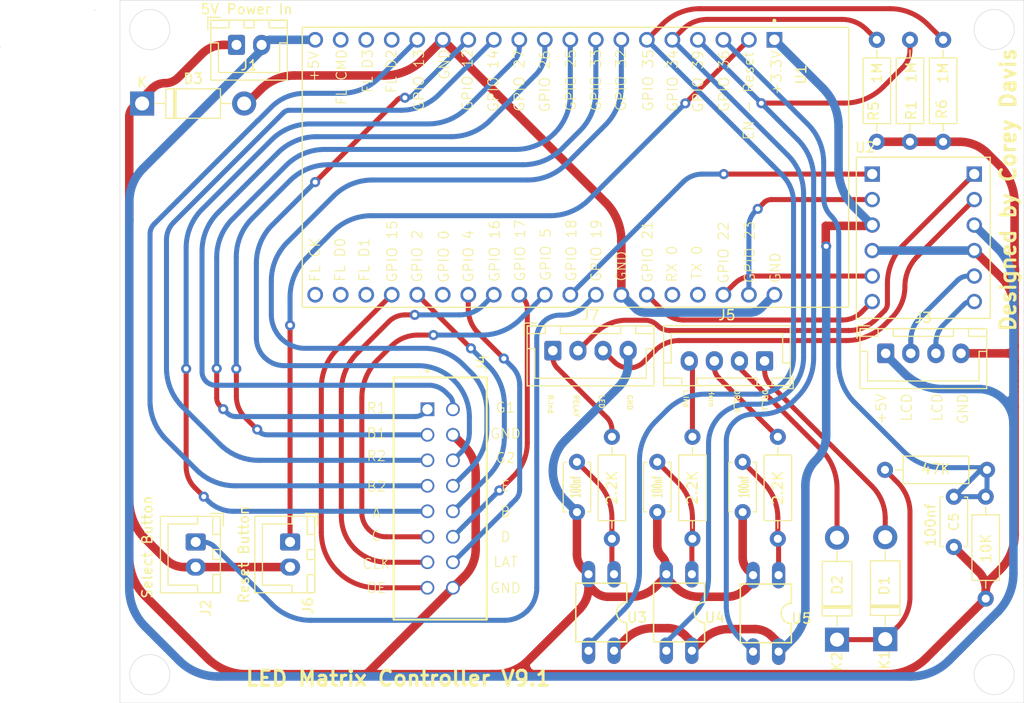
<source format=kicad_pcb>
(kicad_pcb (version 20221018) (generator pcbnew)
  (layers (0 "F.Cu" signal) (31 "B.Cu" signal) (34 "B.Paste" user) (35 "F.Paste" user) (36 "B.SilkS" user "B.Silkscreen") (37 "F.SilkS" user "F.Silkscreen") (38 "B.Mask" user) (39 "F.Mask" user) (44 "Edge.Cuts" user))
  (net 0 "")
  (net 1 "/DRL Signal")
  (net 2 "GND")
  (net 3 "+5V")
  (net 4 "Net-(J2-Pin_1)")
  (net 5 "Net-(J4-OE)")
  (net 6 "Net-(J4-LAT)")
  (net 7 "Net-(J4-CLK)")
  (net 8 "Net-(J4-D)")
  (net 9 "Net-(J4-B)")
  (net 10 "Net-(J4-A)")
  (net 11 "Net-(J4-E)")
  (net 12 "Net-(J4-C)")
  (net 13 "Net-(J4-G2)")
  (net 14 "Net-(J4-G1)")
  (net 15 "+3.3V")
  (net 16 "Net-(J6-Pin_1)")
  (net 20 "Net-(U1-IO23)")
  (net 21 "Net-(U1-IO22)")
  (net 24 "Net-(U1-IO21)")
  (net 25 "Net-(U1-IO18)")
  (net 30 "Net-(J4-R1)")
  (net 31 "Net-(J4-B1)")
  (net 32 "Net-(J4-R2)")
  (net 33 "Net-(J4-B2)")
  (net 34 "Net-(D1-K)")
  (net 35 "/DRL_L")
  (net 36 "Net-(C1-Pad1)")
  (net 37 "Net-(C2-Pad1)")
  (net 38 "Net-(C3-Pad1)")
  (net 39 "/Horn")
  (net 40 "/DRL_R")
  (net 41 "/ESP32_GND")
  (net 42 "/LCD_1")
  (net 43 "/LCD_2")
  (net 44 "/IND_L")
  (net 45 "/IND_R")
  (net 46 "/RELAY")
  (net 47 "/LED")
  (net 48 "/Horn_Inp")
  (net 49 "/L_Ind_Inp")
  (net 50 "/R_Ind_Inp")
  (footprint "Resistor_THT:R_Axial_DIN0207_L6.3mm_D2.5mm_P10.16mm_Horizontal" (layer "F.Cu") (at 124.46 38.1 90)
    (fp_text reference "R6")
    (fp_text value "1M")
  )
  (footprint "Library:SAMTEC_ZSS-108-01-F-D-506" (layer "F.Cu") (at 73.113809 64.76 -90)
    (fp_text reference "J4")
    (fp_text value "ZSS-108-01-F-D-506")
  )
  (footprint "Connector_JST:JST_XH_B4B-XH-A_1x04_P2.50mm_Vertical" (layer "F.Cu") (at 85.598 58.911)
    (fp_text reference "J7")
    (fp_text value "DRL, Horn Sense")
  )
  (footprint "Resistor_THT:R_Axial_DIN0207_L6.3mm_D2.5mm_P10.16mm_Horizontal" (layer "F.Cu") (at 121.158 38.1 90)
    (fp_text reference "R1")
    (fp_text value "1M")
  )
  (footprint "PC817X3NSZ9F:DIL04" (layer "F.Cu") (at 98.171 85 180)
    (fp_text reference "U4")
    (fp_text value "PC817X3NSZ9F" hide)
  )
  (footprint "Resistor_THT:R_Axial_DIN0207_L6.3mm_D2.5mm_P10.16mm_Horizontal" (layer "F.Cu") (at 99.5 67.5 -90)
    (fp_text reference "R3" hide)
    (fp_text value "2.2K")
  )
  (footprint "Connector_JST:JST_XH_B2B-XH-A_1x02_P2.50mm_Vertical" (layer "F.Cu") (at 50.038 77.978 -90)
    (fp_text reference "J2")
    (fp_text value "Select Button")
  )
  (footprint "Resistor_THT:R_Axial_DIN0207_L6.3mm_D2.5mm_P10.16mm_Horizontal" (layer "F.Cu") (at 91.48 67.5 -90)
    (fp_text reference "R2" hide)
    (fp_text value "2.2K")
  )
  (footprint "Connector_JST:JST_XH_B2B-XH-A_1x02_P2.50mm_Vertical" (layer "F.Cu") (at 54.102 28.448)
    (fp_text reference "J1")
    (fp_text value "5V Power In")
  )
  (footprint "Resistor_THT:R_Axial_DIN0207_L6.3mm_D2.5mm_P10.16mm_Horizontal" (layer "F.Cu") (at 128.6988 73.4598 -90)
    (fp_text reference "R11" hide)
    (fp_text value "10K")
  )
  (footprint "Diode_THT:D_DO-41_SOD81_P10.16mm_Horizontal" (layer "F.Cu") (at 44.704 34.29)
    (fp_text reference "D3")
    (fp_text value "D_Schottky")
  )
  (footprint "Connector_JST:JST_XH_B4B-XH-A_1x04_P2.50mm_Vertical" (layer "F.Cu") (at 106.68 59.944 180)
    (fp_text reference "J5")
    (fp_text value "DRL, Horn, Indicator")
  )
  (footprint "ESP32-DEVKITC-32D:MODULE_ESP32-DEVKITC-32D" (layer "F.Cu") (at 87.9 40.64 -90)
    (fp_text reference "U1")
    (fp_text value "ESP32-DEVKITC-32D")
  )
  (footprint "Diode_THT:D_DO-41_SOD81_P10.16mm_Horizontal" (layer "F.Cu") (at 118.6942 87.6554 90)
    (fp_text reference "D1")
    (fp_text value "1N4007")
  )
  (footprint "BOB-12009:CONV_BOB-12009" (layer "F.Cu") (at 122.48 47.67)
    (fp_text reference "U2")
    (fp_text value "BOB-12009")
  )
  (footprint "PC817X3NSZ9F:DIL04" (layer "F.Cu") (at 106.807 85.09 180)
    (fp_text reference "U5")
    (fp_text value "PC817X3NSZ9F" hide)
  )
  (footprint "Capacitor_THT:C_Disc_D4.7mm_W2.5mm_P5.00mm" (layer "F.Cu") (at 88 70 -90)
    (fp_text reference "C3" hide)
    (fp_text value "100nf")
  )
  (footprint "Capacitor_THT:C_Disc_D4.7mm_W2.5mm_P5.00mm" (layer "F.Cu") (at 96 70 -90)
    (fp_text reference "C2" hide)
    (fp_text value "100nf")
  )
  (footprint "Capacitor_THT:C_Disc_D4.7mm_W2.5mm_P5.00mm" (layer "F.Cu") (at 125.5268 73.4714 -90)
    (fp_text reference "C5" hide)
    (fp_text value "100nf")
  )
  (footprint "Diode_THT:D_DO-41_SOD81_P10.16mm_Horizontal" (layer "F.Cu") (at 113.8936 87.7062 90)
    (fp_text reference "D2")
    (fp_text value "1N4007")
  )
  (footprint "Resistor_THT:R_Axial_DIN0207_L6.3mm_D2.5mm_P10.16mm_Horizontal" (layer "F.Cu") (at 108 67.5 -90)
    (fp_text reference "R4" hide)
    (fp_text value "2.2K")
  )
  (footprint "Resistor_THT:R_Axial_DIN0207_L6.3mm_D2.5mm_P10.16mm_Horizontal" (layer "F.Cu") (at 117.856 38.1 90)
    (fp_text reference "R5")
    (fp_text value "1M")
  )
  (footprint "Capacitor_THT:C_Disc_D4.7mm_W2.5mm_P5.00mm" (layer "F.Cu") (at 104.5 70 -90)
    (fp_text reference "C1" hide)
    (fp_text value "100nf")
  )
  (footprint "Resistor_THT:R_Axial_DIN0207_L6.3mm_D2.5mm_P10.16mm_Horizontal" (layer "F.Cu") (at 128.8288 70.7898 180)
    (fp_text reference "R10" hide)
    (fp_text value "47K")
  )
  (footprint "Connector_JST:JST_XH_B4B-XH-A_1x04_P2.50mm_Vertical" (layer "F.Cu") (at 118.738 59.182)
    (fp_text reference "J3")
    (fp_text value "LCD Display")
  )
  (footprint "Connector_JST:JST_XH_B2B-XH-A_1x02_P2.50mm_Vertical" (layer "F.Cu") (at 59.436 77.978 -90)
    (fp_text reference "J6")
    (fp_text value "Reset Button")
  )
  (footprint "PC817X3NSZ9F:DIL04" (layer "F.Cu") (at 90.424 85 180)
    (fp_text reference "U3")
    (fp_text value "PC817X3NSZ9F" hide)
  )
  (gr_circle (center 30.58 28.66) (end 30.58 28.66) (stroke (width 0.05)) (fill none) (layer "Edge.Cuts"))
  (gr_circle (center 129.54 26.924) (end 131.54 26.924) (stroke (width 0.05)) (fill none) (layer "Edge.Cuts"))
  (gr_circle (center 129.54 91.186) (end 131.54 91.186) (stroke (width 0.05)) (fill none) (layer "Edge.Cuts"))
  (gr_rect (start 42.5 24) (end 132.5 94) (stroke (width 0.05)) (fill none) (layer "Edge.Cuts"))
  (gr_circle (center 40 25) (end 40 25) (stroke (width 0.05)) (fill none) (layer "Edge.Cuts"))
  (gr_circle (center 45.466 91.186) (end 47.466 91.186) (stroke (width 0.05)) (fill none) (layer "Edge.Cuts"))
  (gr_circle (center 45.466 26.924) (end 47.466 26.924) (stroke (width 0.05)) (fill none) (layer "Edge.Cuts"))
  (gr_text "+5V" (at 118.872 66.294 90) (layer "F.SilkS") (effects (font (size 1 1) (thickness 0.1)) (justify left bottom)))
  (gr_text "GPIO 25" (at 87.98 35.1325 90) (layer "F.SilkS") (effects (font (size 1 1) (thickness 0.1)) (justify left bottom)))
  (gr_text "RX 0" (at 98.04 52.1825 90) (layer "F.SilkS") (effects (font (size 1 1) (thickness 0.1)) (justify left bottom)))
  (gr_text "FL CK" (at 62.51 52.1325 90) (layer "F.SilkS") (effects (font (size 1 1) (thickness 0.1)) (justify left bottom)))
  (gr_text "GPIO 34" (at 98.12 35.1925 90) (layer "F.SilkS") (effects (font (size 1 1) (thickness 0.1)) (justify left bottom)))
  (gr_text "GND" (at 108.34 52.2425 90) (layer "F.SilkS") (effects (font (size 1 1) (thickness 0.1)) (justify left bottom)))
  (gr_text "GND" (at 92.964 63.246 270) (layer "F.SilkS") (effects (font (size 0.5 0.5) (thickness 0.1)) (justify left bottom)))
  (gr_text "GPIO 26" (at 85.39 35.2325 90) (layer "F.SilkS") (effects (font (size 1 1) (thickness 0.1)) (justify left bottom)))
  (gr_text "GND" (at 79.293809 83.16) (layer "F.SilkS") (effects (font (size 1 1) (thickness 0.1)) (justify left bottom)))
  (gr_text "GPIO 22" (at 103.18 52.3025 90) (layer "F.SilkS") (effects (font (size 1 1) (thickness 0.1)) (justify left bottom)))
  (gr_text "C" (at 67.47 77.97) (layer "F.SilkS") (effects (font (size 1 1) (thickness 0.1)) (justify left bottom)))
  (gr_text "GPIO 18" (at 88.02 52.0825 90) (layer "F.SilkS") (effects (font (size 1 1) (thickness 0.1)) (justify left bottom)))
  (gr_text "GPIO 39" (at 100.64 35.2525 90) (layer "F.SilkS") (effects (font (size 1 1) (thickness 0.1)) (justify left bottom)))
  (gr_text "GPIO 32" (at 92.97 35.1225 90) (layer "F.SilkS") (effects (font (size 1 1) (thickness 0.1)) (justify left bottom)))
  (gr_text "R.Ind" (at 85.09 63.246 270) (layer "F.SilkS") (effects (font (size 0.5 0.5) (thickness 0.1)) (justify left bottom)))
  (gr_text "GPIO 19" (at 90.51 52.1125 90) (layer "F.SilkS") (effects (font (size 1 1) (thickness 0.1)) (justify left bottom)))
  (gr_text "DRL_L" (at 106.426 62.738 270) (layer "F.SilkS") (effects (font (size 0.5 0.5) (thickness 0.1)) (justify left bottom)))
  (gr_text "GPIO 36" (at 103.22 35.2125 90) (layer "F.SilkS") (effects (font (size 1 1) (thickness 0.1)) (justify left bottom)))
  (gr_text "B1" (at 66.993809 67.71) (layer "F.SilkS") (effects (font (size 1 1) (thickness 0.1)) (justify left bottom)))
  (gr_text "GPIO 5" (at 85.47 52.0225 90) (layer "F.SilkS") (effects (font (size 1 1) (thickness 0.1)) (justify left bottom)))
  (gr_text "GND" (at 93.03 52.0825 90) (layer "F.SilkS") (effects (font (size 1 1) (thickness 0.1)) (justify left bottom)))
  (gr_text "A" (at 67.541428 75.63) (layer "F.SilkS") (effects (font (size 1 1) (thickness 0.1)) (justify left bottom)))
  (gr_text "GPIO 0" (at 75.32 52.2125 90) (layer "F.SilkS") (effects (font (size 1 1) (thickness 0.1)) (justify left bottom)))
  (gr_text "GPIO 15" (at 70.18 52.1825 90) (layer "F.SilkS") (effects (font (size 1 1) (thickness 0.1)) (justify left bottom)))
  (gr_text "GPIO 16" (at 80.39 52.1425 90) (layer "F.SilkS") (effects (font (size 1 1) (thickness 0.1)) (justify left bottom)))
  (gr_text "GPIO 14" (at 80.25 35.2025 90) (layer "F.SilkS") (effects (font (size 1 1) (thickness 0.1)) (justify left bottom)))
  (gr_text "LCD" (at 121.412 66.04 90) (layer "F.SilkS") (effects (font (size 1 1) (thickness 0.1)) (justify left bottom)))
  (gr_text "B" (at 80.317619 75.55) (layer "F.SilkS") (effects (font (size 1 1) (thickness 0.1)) (justify left bottom)))
  (gr_text "D" (at 80.317619 78.05) (layer "F.SilkS") (effects (font (size 1 1) (thickness 0.1)) (justify left bottom)))
  (gr_text "G1" (at 79.841428 65.17) (layer "F.SilkS") (effects (font (size 1 1) (thickness 0.1)) (justify left bottom)))
  (gr_text "EN - Reset" (at 105.68 38 90) (layer "F.SilkS") (effects (font (size 1 1) (thickness 0.1)) (justify left bottom)))
  (gr_text "GPIO 4" (at 77.78 52.1825 90) (layer "F.SilkS") (effects (font (size 1 1) (thickness 0.1)) (justify left bottom)))
  (gr_text "L.Ind" (at 98.552 62.738 270) (layer "F.SilkS") (effects (font (size 0.5 0.5) (thickness 0.1)) (justify left bottom)))
  (gr_text "LED\n" (at 90.17 63.246 270) (layer "F.SilkS") (effects (font (size 0.5 0.5) (thickness 0.1)) (justify left bottom)))
  (gr_text "GPIO 23" (at 105.79 52.2425 90) (layer "F.SilkS") (effects (font (size 1 1) (thickness 0.1)) (justify left bottom)))
  (gr_text "FL D1" (at 67.41 52.1125 90) (layer "F.SilkS") (effects (font (size 1 1) (thickness 0.1)) (justify left bottom)))
  (gr_text "FL D3" (at 67.74 33.3025 90) (layer "F.SilkS") (effects (font (size 1 1) (thickness 0.1) bold) (justify left bottom)))
  (gr_text "Horn" (at 101.092 62.738 270) (layer "F.SilkS") (effects (font (size 0.5 0.5) (thickness 0.1)) (justify left bottom)))
  (gr_text "GPIO 35" (at 95.67 35.1325 90) (layer "F.SilkS") (effects (font (size 1 1) (thickness 0.1)) (justify left bottom)))
  (gr_text "OE" (at 66.993809 83.15) (layer "F.SilkS") (effects (font (size 1 1) (thickness 0.1)) (justify left bottom)))
  (gr_text "TX 0" (at 100.53 51.9325 90) (layer "F.SilkS") (effects (font (size 1 1) (thickness 0.1)) (justify left bottom)))
  (gr_text "GPIO 2" (at 72.67 52.1825 90) (layer "F.SilkS") (effects (font (size 1 1) (thickness 0.1)) (justify left bottom)))
  (gr_text "CLK" (at 66.565238 80.74) (layer "F.SilkS") (effects (font (size 1 1) (thickness 0.1)) (justify left bottom)))
  (gr_text "DRL_R" (at 103.632 62.738 270) (layer "F.SilkS") (effects (font (size 0.5 0.5) (thickness 0.1)) (justify left bottom)))
  (gr_text "R2" (at 66.993809 70) (layer "F.SilkS") (effects (font (size 1 1) (thickness 0.1)) (justify left bottom)))
  (gr_text "GND" (at 127 66.294 90) (layer "F.SilkS") (effects (font (size 1 1) (thickness 0.1)) (justify left bottom)))
  (gr_text "R1" (at 66.993809 65.2) (layer "F.SilkS") (effects (font (size 1 1) (thickness 0.1)) (justify left bottom)))
  (gr_text "FL D2" (at 70.11 33.3325 90) (layer "F.SilkS") (effects (font (size 1 1) (thickness 0.1) bold) (justify left bottom)))
  (gr_text "Designed by Corey Davis" (at 131.81 57.15 90) (layer "F.SilkS") (effects (font (size 1.5 1.5) (thickness 0.3) bold) (justify left bottom)))
  (gr_text "GPIO 12" (at 77.69 35.0925 90) (layer "F.SilkS") (effects (font (size 1 1) (thickness 0.1)) (justify left bottom)))
  (gr_text "GPIO 27" (at 82.86 35.1725 90) (layer "F.SilkS") (effects (font (size 1 1) (thickness 0.1)) (justify left bottom)))
  (gr_text "G2" (at 79.841428 70.19) (layer "F.SilkS") (effects (font (size 1 1) (thickness 0.1)) (justify left bottom)))
  (gr_text "GPIO 17" (at 82.92 52.0825 90) (layer "F.SilkS") (effects (font (size 1 1) (thickness 0.1)) (justify left bottom)))
  (gr_text "FL D0" (at 65 52.1125 90) (layer "F.SilkS") (effects (font (size 1 1) (thickness 0.1)) (justify left bottom)))
  (gr_text "E" (at 80.365238 72.99) (layer "F.SilkS") (effects (font (size 1 1) (thickness 0.1)) (justify left bottom)))
  (gr_text "RELAY" (at 87.63 63.246 270) (layer "F.SilkS") (effects (font (size 0.5 0.5) (thickness 0.1)) (justify left bottom)))
  (gr_text "B2" (at 66.993809 73.04) (layer "F.SilkS") (effects (font (size 1 1) (thickness 0.1)) (justify left bottom)))
  (gr_text "LCD" (at 124.46 66.04 90) (layer "F.SilkS") (effects (font (size 1 1) (thickness 0.1)) (justify left bottom)))
  (gr_text "FL CMD" (at 65.15 34.5125 90) (layer "F.SilkS") (effects (font (size 1 1) (thickness 0.1) bold) (justify left bottom)))
  (gr_text "GND" (at 79.293809 67.77) (layer "F.SilkS") (effects (font (size 1 1) (thickness 0.1)) (justify left bottom)))
  (gr_text "+5V" (at 62.38 32.1725 90) (layer "F.SilkS") (effects (font (size 1 1) (thickness 0.1) bold) (justify left bottom)))
  (gr_text "LAT" (at 79.603333 80.54) (layer "F.SilkS") (effects (font (size 1 1) (thickness 0.1)) (justify left bottom)))
  (gr_text "+3.3V" (at 108.45 33.5125 90) (layer "F.SilkS") (effects (font (size 1 1) (thickness 0.1)) (justify left bottom)))
  (gr_text "GPIO 13" (at 72.85 35.1225 90) (layer "F.SilkS") (effects (font (size 1 1) (thickness 0.1) bold) (justify left bottom)))
  (gr_text "GPIO 21" (at 95.61 52.2125 90) (layer "F.SilkS") (effects (font (size 1 1) (thickness 0.1)) (justify left bottom)))
  (gr_text "GPIO 33" (at 90.47 35.1325 90) (layer "F.SilkS") (effects (font (size 1 1) (thickness 0.1)) (justify left bottom)))
  (gr_text "LED Matrix Controller V9.1" (at 54.864 92.456) (layer "F.SilkS") (effects (font (size 1.5 1.5) (thickness 0.3) bold) (justify left bottom)))
  (gr_text "GND" (at 75.38 31.9825 90) (layer "F.SilkS") (effects (font (size 1 1) (thickness 0.1)) (justify left bottom)))
  (segment (start 120.538662 68.976662) (end 115.659292 64.097292) (width 0.5) (layer "B.Cu") (net 1))
  (segment (start 114.0655 47.30816) (end 114.0655 60.249536) (width 0.5) (layer "B.Cu") (net 1))
  (segment (start 110.971707 36.331707) (end 102.58 27.94) (width 0.5) (layer "B.Cu") (net 1))
  (segment (start 112.5655 40.179463) (end 112.5655 43.686839) (width 0.5) (layer "B.Cu") (net 1))
  (segment (start 124.386418 70.570455) (end 128.609455 70.570455) (width 0.5) (layer "B.Cu") (net 1))
  (segment (start 128.8288 71.1) (end 128.8288 73.237876) (width 0.5) (layer "B.Cu") (net 1))
  (segment (start 125.546602 73.4598) (end 128.606876 73.4598) (width 0.5) (layer "B.Cu") (net 1))
  (segment (start 127.989055 71.009144) (end 125.5326 73.4656) (width 0.5) (layer "B.Cu") (net 1))
  (arc (start 110.971707 36.331707) (mid 112.151286 38.097072) (end 112.5655 40.179463) (width 0.5) (layer "B.Cu") (net 1))
  (arc (start 128.5186 70.7898) (mid 128.232012 70.846805) (end 127.989055 71.009144) (width 0.5) (layer "B.Cu") (net 1))
  (arc (start 128.5186 70.7898) (mid 128.637308 70.710481) (end 128.609455 70.570455) (width 0.5) (layer "B.Cu") (net 1))
  (arc (start 114.0655 47.30816) (mid 113.870581 46.328237) (end 113.3155 45.4975) (width 0.5) (layer "B.Cu") (net 1))
  (arc (start 128.8288 71.1) (mid 128.771794 70.813412) (end 128.609455 70.570455) (width 0.5) (layer "B.Cu") (net 1))
  (arc (start 115.659292 64.097292) (mid 114.479713 62.331926) (end 114.0655 60.249536) (width 0.5) (layer "B.Cu") (net 1))
  (arc (start 128.8288 71.1) (mid 128.737944 70.880655) (end 128.5186 70.7898) (width 0.5) (layer "B.Cu") (net 1))
  (arc (start 113.3155 45.4975) (mid 112.760418 44.666761) (end 112.5655 43.686839) (width 0.5) (layer "B.Cu") (net 1))
  (arc (start 125.5326 73.4656) (mid 125.539024 73.461307) (end 125.546602 73.4598) (width 0.5) (layer "B.Cu") (net 1))
  (arc (start 128.7638 73.3948) (mid 128.691802 73.442907) (end 128.606876 73.4598) (width 0.5) (layer "B.Cu") (net 1))
  (arc (start 124.386418 70.570455) (mid 122.304027 70.156241) (end 120.538662 68.976662) (width 0.5) (layer "B.Cu") (net 1))
  (arc (start 125.5326 73.4656) (mid 125.5326 73.4656) (end 125.5326 73.4656) (width 0.5) (layer "B.Cu") (net 1))
  (arc (start 128.7638 73.3948) (mid 128.811907 73.322802) (end 128.8288 73.237876) (width 0.5) (layer "B.Cu") (net 1))
  (segment (start 84.131144 91.1458) (end 79.534036 91.1458) (width 0.85) (layer "F.Cu") (net 2))
  (segment (start 89.154 81.371247) (end 89.154 82.04) (width 0.85) (layer "F.Cu") (net 2))
  (segment (start 82.933451 90.000348) (end 88.238367 84.695432) (width 0.85) (layer "F.Cu") (net 2))
  (segment (start 75.610035 82.583773) (end 75.697582 82.496226) (width 0.85) (layer "F.Cu") (net 2))
  (segment (start 66.925004 91.1458) (end 66.802 91.1458) (width 0.85) (layer "F.Cu") (net 2))
  (segment (start 128.6988 82.6316) (end 128.6988 82.888518) (width 0.85) (layer "F.Cu") (net 2))
  (segment (start 104.5 79.50973) (end 104.5 75) (width 0.85) (layer "F.Cu") (net 2))
  (segment (start 131.575 60.040937) (end 131.575 59.9455) (width 0.85) (layer "F.Cu") (net 2))
  (segment (start 130.8115 59.182) (end 126.238 59.182) (width 0.85) (layer "F.Cu") (net 2))
  (segment (start 89.7239 82.8659) (end 89.54503 82.68703) (width 0.85) (layer "F.Cu") (net 2))
  (segment (start 131.575 62.9995) (end 131.575 64.5265) (width 0.85) (layer "F.Cu") (net 2))
  (segment (start 50.663974 29.346025) (end 48.290815 31.719184) (width 0.85) (layer "F.Cu") (net 2))
  (segment (start 51.198007 89.552007) (end 45.018792 83.372792) (width 0.85) (layer "F.Cu") (net 2))
  (segment (start 43.425 79.525036) (end 43.425 73.814057) (width 0.85) (layer "F.Cu") (net 2))
  (segment (start 89.025839 81.061839) (end 88.577 80.613) (width 0.85) (layer "F.Cu") (net 2))
  (segment (start 55.045763 91.1458) (end 79.534036 91.1458) (width 0.85) (layer "F.Cu") (net 2))
  (segment (start 44.5815 33.9045) (end 43.8105 34.6755) (width 0.85) (layer "F.Cu") (net 2))
  (segment (start 50.038 80.478) (end 48.936489 80.478) (width 0.85) (layer "F.Cu") (net 2))
  (segment (start 96.901 81.371247) (end 96.901 81.46187) (width 0.85) (layer "F.Cu") (net 2))
  (segment (start 45.018792 77.661813) (end 47.056093 79.699114) (width 0.85) (layer "F.Cu") (net 2))
  (segment (start 131.575 61.4725) (end 131.575 61.85425) (width 0.85) (layer "F.Cu") (net 2))
  (segment (start 131.575 60.709) (end 131.575 61.09075) (width 0.85) (layer "F.Cu") (net 2))
  (segment (start 128.000037 80.944637) (end 125.5268 78.4714) (width 0.85) (layer "F.Cu") (net 2))
  (segment (start 131.575 58.4185) (end 131.575 55.208963) (width 0.85) (layer "F.Cu") (net 2))
  (segment (start 131.575 44.214963) (end 131.575 50.611856) (width 0.85) (layer "F.Cu") (net 2))
  (segment (start 131.575 60.040937) (end 131.575 60.231812) (width 0.85) (layer "F.Cu") (net 2))
  (segment (start 131.575 64.5265) (end 131.575 77.247255) (width 0.85) (layer "F.Cu") (net 2))
  (segment (start 131.575 62.522312) (end 131.575 62.9995) (width 0.85) (layer "F.Cu") (net 2))
  (segment (start 52.832 28.448) (end 54.102 28.448) (width 0.85) (layer "F.Cu") (net 2))
  (segment (start 50.038 80.478) (end 59.436 80.478) (width 0.85) (layer "F.Cu") (net 2))
  (segment (start 96.901 81.371247) (end 96.901 80.498103) (width 0.85) (layer "F.Cu") (net 2))
  (segment (start 131.575 60.32725) (end 131.575 60.231812) (width 0.85) (layer "F.Cu") (net 2))
  (segment (start 97.842653 82.494147) (end 97.02916 81.680654) (width 0.85) (layer "F.Cu") (net 2))
  (segment (start 96 78.322896) (end 96 75) (width 0.85) (layer "F.Cu") (net 2))
  (segment (start 89.154 81.743) (end 89.154 82.4849) (width 0.85) (layer "F.Cu") (net 2))
  (segment (start 105.0185 80.7615) (end 105.312493 81.055493) (width 0.85) (layer "F.Cu") (net 2))
  (segment (start 67.134984 91.058823) (end 76.786904 81.406904) (width 0.85) (layer "F.Cu") (net 2))
  (segment (start 45.689184 32.796815) (end 45.689184 32.796816) (width 0.85) (layer "F.Cu") (net 2))
  (segment (start 88 79.219998) (end 88 75) (width 0.85) (layer "F.Cu") (net 2))
  (segment (start 43.425 73.814057) (end 43.425 35.606179) (width 0.85) (layer "F.Cu") (net 2))
  (segment (start 131.575 55.208963) (end 131.575 50.611856) (width 0.85) (layer "F.Cu") (net 2))
  (segment (start 76.786904 68.433095) (end 75.653809 67.3) (width 0.85) (layer "F.Cu") (net 2))
  (segment (start 76.786904 81.406904) (end 75.697582 82.496226) (width 0.85) (layer "F.Cu") (net 2))
  (segment (start 126.087 38.1) (end 124.46 38.1) (width 0.85) (layer "F.Cu") (net 2))
  (segment (start 77.92 78.671369) (end 77.92 71.16863) (width 0.85) (layer "F.Cu") (net 2))
  (segment (start 89.154 81.46187) (end 89.154 81.371247) (width 0.85) (layer "F.Cu") (net 2))
  (segment (start 131.575 61.949687) (end 131.575 61.85425) (width 0.85) (layer "F.Cu") (net 2))
  (segment (start 131.575 58.4185) (end 131.575 59.9455) (width 0.85) (layer "F.Cu") (net 2))
  (segment (start 96.901 81.371247) (end 95.868723 82.403523) (width 0.85) (layer "F.Cu") (net 2))
  (segment (start 129.215894 81.640141) (end 130.136899 80.719135) (width 0.85) (layer "F.Cu") (net 2))
  (segment (start 96.901 81.371247) (end 96.901 81.19) (width 0.85) (layer "F.Cu") (net 2))
  (segment (start 129.981207 40.367207) (end 128.864462 39.250462) (width 0.85) (layer "F.Cu") (net 2))
  (segment (start 124.46 38.1) (end 117.856 38.1) (width 0.85) (layer "F.Cu") (net 2))
  (segment (start 130.429548 51.809548) (end 127.56 48.94) (width 0.85) (layer "F.Cu") (net 2))
  (segment (start 91.09976 83.4358) (end 93.376587 83.4358) (width 0.85) (layer "F.Cu") (net 2))
  (segment (start 131.575 60.32725) (end 131.575 60.709) (width 0.85) (layer "F.Cu") (net 2))
  (segment (start 102.940832 83.4358) (end 100.116004 83.4358) (width 0.85) (layer "F.Cu") (net 2))
  (segment (start 84.131144 91.1458) (end 118.918836 91.1458) (width 0.85) (layer "F.Cu") (net 2))
  (segment (start 45.689184 32.796816) (end 44.5815 33.9045) (width 0.85) (layer "F.Cu") (net 2))
  (segment (start 131.575 61.949687) (end 131.575 62.522312) (width 0.85) (layer "F.Cu") (net 2))
  (segment (start 131.575 61.09075) (end 131.575 61.4725) (width 0.85) (layer "F.Cu") (net 2))
  (segment (start 105.312493 82.139506) (end 104.7766 82.6754) (width 0.85) (layer "F.Cu") (net 2))
  (segment (start 128.181705 84.136894) (end 122.766592 89.552007) (width 0.85) (layer "F.Cu") (net 2))
  (arc (start 47.056093 79.699114) (mid 47.918826 80.275574) (end 48.936489 80.478) (width 0.85) (layer "F.Cu") (net 2))
  (arc (start 45.018792 77.661813) (mid 43.839238 75.896442) (end 43.425 73.814057) (width 0.85) (layer "F.Cu") (net 2))
  (arc (start 96.4505 79.4105) (mid 96.783918 79.909496) (end 96.901 80.498103) (width 0.85) (layer "F.Cu") (net 2))
  (arc (start 88 79.219998) (mid 88.149957 79.973885) (end 88.577 80.613) (width 0.85) (layer "F.Cu") (net 2))
  (arc (start 128.000037 80.944637) (mid 128.517197 81.718622) (end 128.6988 82.6316) (width 0.85) (layer "F.Cu") (net 2))
  (arc (start 128.6988 82.888518) (mid 128.6988 82.888518) (end 128.6988 82.888518) (width 0.85) (layer "F.Cu") (net 2))
  (arc (start 131.575 55.208963) (mid 131.277306 53.243092) (end 130.429548 51.809548) (width 0.85) (layer "F.Cu") (net 2))
  (arc (start 129.981207 40.367207) (mid 131.160786 42.132572) (end 131.575 44.214963) (width 0.85) (layer "F.Cu") (net 2))
  (arc (start 89.154 81.743) (mid 89.154 81.743) (end 89.154 81.743) (width 0.85) (layer "F.Cu") (net 2))
  (arc (start 89.025839 81.061839) (mid 89.120692 81.203796) (end 89.154 81.371247) (width 0.85) (layer "F.Cu") (net 2))
  (arc (start 104.5 79.50973) (mid 104.634753 80.187183) (end 105.0185 80.7615) (width 0.85) (layer "F.Cu") (net 2))
  (arc (start 50.663974 29.346025) (mid 51.658672 28.681389) (end 52.832 28.448) (width 0.85) (layer "F.Cu") (net 2))
  (arc (start 45.689184 32.796815) (mid 46.28599 32.398033) (end 46.99 32.258) (width 0.85) (layer "F.Cu") (net 2))
  (arc (start 131.575 58.4185) (mid 131.351376 58.958376) (end 130.8115 59.182) (width 0.85) (layer "F.Cu") (net 2))
  (arc (start 96.901 81.371247) (mid 96.854654 81.301886) (end 96.772839 81.31816) (width 0.85) (layer "F.Cu") (net 2))
  (arc (start 97.842653 82.494147) (mid 98.885675 83.191072) (end 100.116004 83.4358) (width 0.85) (layer "F.Cu") (net 2))
  (arc (start 126.087 38.1) (mid 127.590151 38.398995) (end 128.864462 39.250462) (width 0.85) (layer "F.Cu") (net 2))
  (arc (start 131.575 59.9455) (mid 131.351376 59.405623) (end 130.8115 59.182) (width 0.85) (layer "F.Cu") (net 2))
  (arc (start 96.901 81.371247) (mid 96.934307 81.538697) (end 97.02916 81.680654) (width 0.85) (layer "F.Cu") (net 2))
  (arc (start 96.901 81.371247) (mid 96.901 81.371247) (end 96.901 81.371247) (width 0.85) (layer "F.Cu") (net 2))
  (arc (start 89.025839 81.061839) (mid 89.120692 81.203796) (end 89.154 81.371247) (width 0.85) (layer "F.Cu") (net 2))
  (arc (start 89.154 81.371247) (mid 89.154 81.371247) (end 89.154 81.371247) (width 0.85) (layer "F.Cu") (net 2))
  (arc (start 131.575 50.611856) (mid 131.160786 51.693469) (end 130.429548 51.809548) (width 0.85) (layer "F.Cu") (net 2))
  (arc (start 91.09976 83.4358) (mid 90.355149 83.287687) (end 89.7239 82.8659) (width 0.85) (layer "F.Cu") (net 2))
  (arc (start 104.7766 82.6754) (mid 103.934342 83.238178) (end 102.940832 83.4358) (width 0.85) (layer "F.Cu") (net 2))
  (arc (start 105.537 81.5975) (mid 105.478652 81.890831) (end 105.312493 82.139506) (width 0.85) (layer "F.Cu") (net 2))
  (arc (start 75.610035 82.583773) (mid 75.637979 82.578214) (end 75.653809 82.601904) (width 0.85) (layer "F.Cu") (net 2))
  (arc (start 128.181705 84.136894) (mid 128.564411 83.564134) (end 128.6988 82.888518) (width 0.85) (layer "F.Cu") (net 2))
  (arc (start 46.99 32.258) (mid 47.693996 32.117966) (end 48.290815 31.719184) (width 0.85) (layer "F.Cu") (net 2))
  (arc (start 105.312493 81.055493) (mid 105.478652 81.304168) (end 105.537 81.5975) (width 0.85) (layer "F.Cu") (net 2))
  (arc (start 89.154 81.46187) (mid 89.170653 81.545595) (end 89.21808 81.616574) (width 0.85) (layer "F.Cu") (net 2))
  (arc (start 75.697582 82.496226) (mid 75.665185 82.544711) (end 75.653809 82.601904) (width 0.85) (layer "F.Cu") (net 2))
  (arc (start 96.901 81.46187) (mid 96.917653 81.545595) (end 96.96508 81.616574) (width 0.85) (layer "F.Cu") (net 2))
  (arc (start 96.901 81.371247) (mid 96.901 81.371247) (end 96.901 81.371247) (width 0.85) (layer "F.Cu") (net 2))
  (arc (start 95.868723 82.403523) (mid 94.725321 83.167519) (end 93.376587 83.4358) (width 0.85) (layer "F.Cu") (net 2))
  (arc (start 79.534036 91.1458) (mid 81.499906 90.848106) (end 82.933451 90.000348) (width 0.85) (layer "F.Cu") (net 2))
  (arc (start 43.425 79.525036) (mid 43.839213 81.607426) (end 45.018792 83.372792) (width 0.85) (layer "F.Cu") (net 2))
  (arc (start 130.136899 80.719135) (mid 131.201249 79.126223) (end 131.575 77.247255) (width 0.85) (layer "F.Cu") (net 2))
  (arc (start 51.198007 89.552007) (mid 52.963372 90.731586) (end 55.045763 91.1458) (width 0.85) (layer "F.Cu") (net 2))
  (arc (start 84.131144 91.1458) (mid 83.04953 90.731586) (end 82.933451 90.000348) (width 0.85) (layer "F.Cu") (net 2))
  (arc (start 89.154 81.743) (mid 89.255625 82.253905) (end 89.54503 82.68703) (width 0.85) (layer "F.Cu") (net 2))
  (arc (start 96.4505 79.4105) (mid 96.117081 78.911503) (end 96 78.322896) (width 0.85) (layer "F.Cu") (net 2))
  (arc (start 118.918836 91.1458) (mid 121.001226 90.731586) (end 122.766592 89.552007) (width 0.85) (layer "F.Cu") (net 2))
  (arc (start 129.215894 81.640141) (mid 128.833188 82.212901) (end 128.6988 82.888518) (width 0.85) (layer "F.Cu") (net 2))
  (arc (start 76.786904 68.433095) (mid 77.625517 69.688169) (end 77.92 71.16863) (width 0.85) (layer "F.Cu") (net 2))
  (arc (start 43.8105 34.6755) (mid 43.525188 35.102499) (end 43.425 35.606179) (width 0.85) (layer "F.Cu") (net 2))
  (arc (start 128.181705 84.136894) (mid 128.564411 83.564134) (end 128.6988 82.888518) (width 0.85) (layer "F.Cu") (net 2))
  (arc (start 67.134984 91.058823) (mid 67.038644 91.123195) (end 66.925004 91.1458) (width 0.85) (layer "F.Cu") (net 2))
  (arc (start 76.786904 81.406904) (mid 77.625514 80.15183) (end 77.92 78.671369) (width 0.85) (layer "F.Cu") (net 2))
  (arc (start 89.154 82.4849) (mid 88.916034 83.681231) (end 88.238367 84.695432) (width 0.85) (layer "F.Cu") (net 2))
  (segment (start 127.56 48.94) (end 117.4 48.94) (width 0.85) (layer "B.Cu") (net 2))
  (segment (start 86.838972 67.847027) (end 92.151537 62.534462) (width 0.85) (layer "B.Cu") (net 2))
  (segment (start 85.598 70.843) (end 85.598 70.899529) (width 0.85) (layer "B.Cu") (net 2))
  (segment (start 86.799 73.799) (end 88 75) (width 0.85) (layer "B.Cu") (net 2))
  (segment (start 93.098 60.2495) (end 93.098 58.911) (width 0.85) (layer "B.Cu") (net 2))
  (arc (start 85.598 70.899529) (mid 85.910129 72.468711) (end 86.799 73.799) (width 0.85) (layer "B.Cu") (net 2))
  (arc (start 93.098 60.2495) (mid 92.852022 61.486112) (end 92.151537 62.534462) (width 0.85) (layer "B.Cu") (net 2))
  (arc (start 86.838972 67.847027) (mid 85.920518 69.221591) (end 85.598 70.843) (width 0.85) (layer "B.Cu") (net 2))
  (segment (start 130.151338 49.017763) (end 130.081939 48.936507) (width 0.85) (layer "B.Cu") (net 3))
  (segment (start 43.434 44.046242) (end 43.434 45.960249) (width 0.85) (layer "B.Cu") (net 3))
  (segment (start 118.738 59.249614) (end 118.738 59.182) (width 0.85) (layer "B.Cu") (net 3))
  (segment (start 125.043607 89.783461) (end 129.862766 84.964302) (width 0.85) (layer "B.Cu") (net 3))
  (segment (start 43.425 82.573036) (end 43.425 46.327406) (width 0.85) (layer "B.Cu") (net 3))
  (segment (start 131.456559 66.20684) (end 131.456559 81.116546) (width 0.85) (layer "B.Cu") (net 3))
  (segment (start 44.790613 40.771087) (end 56.421086 29.140614) (width 0.85) (layer "B.Cu") (net 3))
  (segment (start 131.456559 63.333159) (end 131.456559 52.657387) (width 0.85) (layer "B.Cu") (net 3))
  (segment (start 118.78581 59.365039) (end 120.564978 61.144207) (width 0.85) (layer "B.Cu") (net 3))
  (segment (start 43.426294 46.089929) (end 43.427539 45.975726) (width 0.85) (layer "B.Cu") (net 3))
  (segment (start 129.7872 48.6272) (end 127.56 46.4) (width 0.85) (layer "B.Cu") (net 3))
  (segment (start 131.446241 52.230262) (end 131.437857 52.123733) (width 0.85) (layer "B.Cu") (net 3))
  (segment (start 131.456559 66.20684) (end 131.456559 63.333159) (width 0.85) (layer "B.Cu") (net 3))
  (segment (start 121.195851 91.377254) (end 52.229217 91.377254) (width 0.85) (layer "B.Cu") (net 3))
  (segment (start 48.381461 89.783461) (end 45.018792 86.420792) (width 0.85) (layer "B.Cu") (net 3))
  (segment (start 56.782913 28.267086) (end 56.856 28.194) (width 0.85) (layer "B.Cu") (net 3))
  (segment (start 124.412734 62.738) (end 127.987718 62.738) (width 0.85) (layer "B.Cu") (net 3))
  (segment (start 57.46921 27.94) (end 61.94 27.94) (width 0.85) (layer "B.Cu") (net 3))
  (arc (start 125.043607 89.783461) (mid 123.278241 90.96304) (end 121.195851 91.377254) (width 0.85) (layer "B.Cu") (net 3))
  (arc (start 129.7872 48.6272) (mid 129.862595 48.702934) (end 129.937651 48.779006) (width 0.85) (layer "B.Cu") (net 3))
  (arc (start 130.861751 50.080981) (mid 130.954967 50.273167) (end 131.040566 50.468866) (width 0.85) (layer "B.Cu") (net 3))
  (arc (start 120.564978 61.144207) (mid 122.330343 62.323786) (end 124.412734 62.738) (width 0.85) (layer "B.Cu") (net 3))
  (arc (start 43.434 45.960249) (mid 43.433166 45.964437) (end 43.430794 45.967988) (width 0.85) (layer "B.Cu") (net 3))
  (arc (start 131.304333 51.280666) (mid 131.350108 51.489303) (end 131.387658 51.699577) (width 0.85) (layer "B.Cu") (net 3))
  (arc (start 131.188397 50.869584) (mid 131.118416 50.667773) (end 131.040566 50.468866) (width 0.85) (layer "B.Cu") (net 3))
  (arc (start 131.437857 52.123733) (mid 131.416922 51.911162) (end 131.387658 51.699577) (width 0.85) (layer "B.Cu") (net 3))
  (arc (start 56.782913 28.267086) (mid 56.649017 28.467475) (end 56.602 28.70385) (width 0.85) (layer "B.Cu") (net 3))
  (arc (start 130.653054 49.708322) (mid 130.761061 49.892602) (end 130.861751 50.080981) (width 0.85) (layer "B.Cu") (net 3))
  (arc (start 48.381461 89.783461) (mid 50.146826 90.96304) (end 52.229217 91.377254) (width 0.85) (layer "B.Cu") (net 3))
  (arc (start 57.46921 27.94) (mid 57.137343 28.006012) (end 56.856 28.194) (width 0.85) (layer "B.Cu") (net 3))
  (arc (start 44.790613 40.771087) (mid 43.786572 42.273741) (end 43.434 44.046242) (width 0.85) (layer "B.Cu") (net 3))
  (arc (start 131.188397 50.869584) (mid 131.250401 51.073986) (end 131.304333 51.280666) (width 0.85) (layer "B.Cu") (net 3))
  (arc (start 43.425 82.573036) (mid 43.839213 84.655426) (end 45.018792 86.420792) (width 0.85) (layer "B.Cu") (net 3))
  (arc (start 56.602 28.70385) (mid 56.554981 28.940225) (end 56.421086 29.140614) (width 0.85) (layer "B.Cu") (net 3))
  (arc (start 130.440559 63.754) (mid 131.089157 63.883014) (end 131.456559 63.333159) (width 0.85) (layer "B.Cu") (net 3))
  (arc (start 130.415762 49.353186) (mid 130.537895 49.528424) (end 130.653054 49.708322) (width 0.85) (layer "B.Cu") (net 3))
  (arc (start 129.862766 84.964302) (mid 131.042345 83.198936) (end 131.456559 81.116546) (width 0.85) (layer "B.Cu") (net 3))
  (arc (start 131.455592 52.44366) (mid 131.45277 52.33688) (end 131.446241 52.230262) (width 0.85) (layer "B.Cu") (net 3))
  (arc (start 130.081939 48.936507) (mid 130.011165 48.856501) (end 129.937651 48.779006) (width 0.85) (layer "B.Cu") (net 3))
  (arc (start 130.440559 63.754) (mid 129.315185 63.002049) (end 127.987718 62.738) (width 0.85) (layer "B.Cu") (net 3))
  (arc (start 130.440559 63.754) (mid 131.192509 64.879372) (end 131.456559 66.20684) (width 0.85) (layer "B.Cu") (net 3))
  (arc (start 118.78581 59.365039) (mid 118.750425 59.312081) (end 118.738 59.249614) (width 0.85) (layer "B.Cu") (net 3))
  (arc (start 131.455592 52.44366) (mid 131.456317 52.550522) (end 131.456559 52.657387) (width 0.85) (layer "B.Cu") (net 3))
  (arc (start 130.151338 49.017763) (mid 130.286843 49.182878) (end 130.415762 49.353186) (width 0.85) (layer "B.Cu") (net 3))
  (arc (start 43.430794 45.967988) (mid 43.428408 45.971538) (end 43.427539 45.975726) (width 0.85) (layer "B.Cu") (net 3))
  (arc (start 43.426294 46.089929) (mid 43.425323 46.208665) (end 43.425 46.327406) (width 0.85) (layer "B.Cu") (net 3))
  (segment (start 57.645414 84.188414) (end 51.928914 78.471914) (width 0.5) (layer "B.Cu") (net 4))
  (segment (start 50.7365 77.978) (end 50.038 77.978) (width 0.5) (layer "B.Cu") (net 4))
  (segment (start 61.49317 85.782207) (end 80.778041 85.782207) (width 0.5) (layer "B.Cu") (net 4))
  (segment (start 88.733297 54.486702) (end 89.88 53.34) (width 0.5) (layer "B.Cu") (net 4))
  (segment (start 83.998 82.562248) (end 83.998 57.669765) (width 0.5) (layer "B.Cu") (net 4))
  (segment (start 86.596 55.372) (end 86.295765 55.372) (width 0.5) (layer "B.Cu") (net 4))
  (arc (start 83.998 82.562248) (mid 83.752895 83.794473) (end 83.054896 84.839103) (width 0.5) (layer "B.Cu") (net 4))
  (arc (start 84.671 56.045) (mid 84.172907 56.790448) (end 83.998 57.669765) (width 0.5) (layer "B.Cu") (net 4))
  (arc (start 83.054896 84.839103) (mid 82.010266 85.537102) (end 80.778041 85.782207) (width 0.5) (layer "B.Cu") (net 4))
  (arc (start 50.7365 77.978) (mid 51.381829 78.106364) (end 51.928914 78.471914) (width 0.5) (layer "B.Cu") (net 4))
  (arc (start 84.671 56.045) (mid 85.416448 55.546907) (end 86.295765 55.372) (width 0.5) (layer "B.Cu") (net 4))
  (arc (start 57.645414 84.188414) (mid 59.410779 85.367993) (end 61.49317 85.782207) (width 0.5) (layer "B.Cu") (net 4))
  (arc (start 88.733297 54.486702) (mid 87.752696 55.141918) (end 86.596 55.372) (width 0.5) (layer "B.Cu") (net 4))
  (segment (start 64.143792 80.873792) (end 64.216207 80.946207) (width 0.5) (layer "F.Cu") (net 5))
  (segment (start 64.143792 58.756207) (end 69.56 53.34) (width 0.5) (layer "F.Cu") (net 5))
  (segment (start 68.063963 82.54) (end 73.113809 82.54) (width 0.5) (layer "F.Cu") (net 5))
  (segment (start 62.55 77.026036) (end 62.55 62.603963) (width 0.5) (layer "F.Cu") (net 5))
  (arc (start 68.063963 82.54) (mid 65.981572 82.125786) (end 64.216207 80.946207) (width 0.5) (layer "F.Cu") (net 5))
  (arc (start 64.143792 80.873792) (mid 62.964213 79.108426) (end 62.55 77.026036) (width 0.5) (layer "F.Cu") (net 5))
  (arc (start 64.143792 58.756207) (mid 62.964213 60.521572) (end 62.55 62.603963) (width 0.5) (layer "F.Cu") (net 5))
  (segment (start 80.72 59.7) (end 78.17702 57.15702) (width 0.5) (layer "F.Cu") (net 6))
  (segment (start 77.18 54.75) (end 77.18 53.34) (width 0.5) (layer "F.Cu") (net 6))
  (via (at 80.72 59.7) (size 1) (drill 0.5) (layers "F.Cu" "B.Cu") (net 6))
  (arc (start 77.18 54.75) (mid 77.439117 56.052669) (end 78.17702 57.15702) (width 0.5) (layer "F.Cu") (net 6))
  (segment (start 80.79224 59.724042) (end 80.79224 59.74233) (width 0.5) (layer "B.Cu") (net 6))
  (segment (start 81.443569 74.210238) (end 75.653809 80) (width 0.5) (layer "B.Cu") (net 6))
  (segment (start 81.450196 74.20559) (end 81.451398 74.202686) (width 0.5) (layer "B.Cu") (net 6))
  (segment (start 81.448878 74.195023) (end 81.451117 74.198784) (width 0.5) (layer "B.Cu") (net 6))
  (segment (start 82.296 62.34253) (end 82.296 72.749238) (width 0.5) (layer "B.Cu") (net 6))
  (segment (start 80.72 59.7) (end 80.742506 59.7) (width 0.5) (layer "B.Cu") (net 6))
  (segment (start 81.87544 73.764557) (end 81.456432 74.183566) (width 0.5) (layer "B.Cu") (net 6))
  (segment (start 80.81566 59.798872) (end 81.54412 60.527332) (width 0.5) (layer "B.Cu") (net 6))
  (segment (start 81.448592 74.191119) (end 81.449792 74.188215) (width 0.5) (layer "B.Cu") (net 6))
  (segment (start 80.778536 59.703531) (end 80.771755 59.700721) (width 0.5) (layer "B.Cu") (net 6))
  (arc (start 81.443569 74.210238) (mid 81.445262 74.208947) (end 81.447238 74.208152) (width 0.5) (layer "B.Cu") (net 6))
  (arc (start 81.451398 74.202686) (mid 81.451718 74.200701) (end 81.451117 74.198784) (width 0.5) (layer "B.Cu") (net 6))
  (arc (start 82.296 62.34253) (mid 82.100592 61.360152) (end 81.54412 60.527332) (width 0.5) (layer "B.Cu") (net 6))
  (arc (start 81.452756 74.185653) (mid 81.45097 74.186582) (end 81.449792 74.188215) (width 0.5) (layer "B.Cu") (net 6))
  (arc (start 80.79224 59.74233) (mid 80.798326 59.77293) (end 80.81566 59.798872) (width 0.5) (layer "B.Cu") (net 6))
  (arc (start 81.448592 74.191119) (mid 81.448273 74.193104) (end 81.448878 74.195023) (width 0.5) (layer "B.Cu") (net 6))
  (arc (start 80.757416 59.698926) (mid 80.764706 59.698856) (end 80.771755 59.700721) (width 0.5) (layer "B.Cu") (net 6))
  (arc (start 80.757416 59.698926) (mid 80.74998 59.699731) (end 80.742506 59.7) (width 0.5) (layer "B.Cu") (net 6))
  (arc (start 80.79224 59.724042) (mid 80.788498 59.711708) (end 80.778536 59.703531) (width 0.5) (layer "B.Cu") (net 6))
  (arc (start 81.450196 74.20559) (mid 81.44902 74.207221) (end 81.447238 74.208152) (width 0.5) (layer "B.Cu") (net 6))
  (arc (start 81.87544 73.764557) (mid 82.1867 73.298725) (end 82.296 72.749238) (width 0.5) (layer "B.Cu") (net 6))
  (arc (start 81.452756 74.185653) (mid 81.454735 74.184858) (end 81.456432 74.183566) (width 0.5) (layer "B.Cu") (net 6))
  (segment (start 69.264713 56.025286) (end 66.133792 59.156207) (width 0.5) (layer "F.Cu") (net 7))
  (segment (start 71.85 55.35) (end 70.895 55.35) (width 0.5) (layer "F.Cu") (net 7))
  (segment (start 64.54 63.003963) (end 64.54 75.407882) (width 0.5) (layer "F.Cu") (net 7))
  (segment (start 69.132117 80) (end 73.113809 80) (width 0.5) (layer "F.Cu") (net 7))
  (via (at 71.85 55.35) (size 1) (drill 0.5) (layers "F.Cu" "B.Cu") (net 7))
  (arc (start 69.264713 56.025286) (mid 70.012695 55.525501) (end 70.895 55.35) (width 0.5) (layer "F.Cu") (net 7))
  (arc (start 65.885 78.655) (mid 64.889554 77.165209) (end 64.54 75.407882) (width 0.5) (layer "F.Cu") (net 7))
  (arc (start 64.54 63.003963) (mid 64.954213 60.921572) (end 66.133792 59.156207) (width 0.5) (layer "F.Cu") (net 7))
  (arc (start 65.885 78.655) (mid 67.374789 79.650445) (end 69.132117 80) (width 0.5) (layer "F.Cu") (net 7))
  (segment (start 71.85 55.35) (end 76.288715 55.35) (width 0.5) (layer "B.Cu") (net 7))
  (segment (start 78.715 54.345) (end 79.72 53.34) (width 0.5) (layer "B.Cu") (net 7))
  (arc (start 76.288715 55.35) (mid 77.601811 55.088809) (end 78.715 54.345) (width 0.5) (layer "B.Cu") (net 7))
  (segment (start 83.058 54.702271) (end 83.058 68.080586) (width 0.5) (layer "F.Cu") (net 8))
  (segment (start 80.27 72.84) (end 81.664 71.446) (width 0.5) (layer "F.Cu") (net 8))
  (segment (start 82.659 53.739) (end 82.26 53.34) (width 0.5) (layer "F.Cu") (net 8))
  (via (at 80.27 72.84) (size 1) (drill 0.5) (layers "F.Cu" "B.Cu") (net 8))
  (arc (start 82.659 53.739) (mid 82.954303 54.180952) (end 83.058 54.702271) (width 0.5) (layer "F.Cu") (net 8))
  (arc (start 81.664 71.446) (mid 82.695711 69.901934) (end 83.058 68.080586) (width 0.5) (layer "F.Cu") (net 8))
  (segment (start 80.27 72.841904) (end 80.27 72.84) (width 0.5) (layer "B.Cu") (net 8))
  (segment (start 80.268653 72.845155) (end 75.653809 77.46) (width 0.5) (layer "B.Cu") (net 8))
  (arc (start 80.27 72.841904) (mid 80.269649 72.843663) (end 80.268653 72.845155) (width 0.5) (layer "B.Cu") (net 8))
  (segment (start 77.445 58.685) (end 72.1 53.34) (width 0.5) (layer "F.Cu") (net 9))
  (via (at 77.445 58.685) (size 1) (drill 0.5) (layers "F.Cu" "B.Cu") (net 9))
  (segment (start 80.772 67.547845) (end 80.772 64.265963) (width 0.5) (layer "B.Cu") (net 9))
  (segment (start 79.178207 71.395601) (end 75.653809 74.92) (width 0.5) (layer "B.Cu") (net 9))
  (segment (start 79.178207 60.418207) (end 77.445 58.685) (width 0.5) (layer "B.Cu") (net 9))
  (arc (start 79.178207 71.395601) (mid 80.357786 69.630235) (end 80.772 67.547845) (width 0.5) (layer "B.Cu") (net 9))
  (arc (start 79.178207 60.418207) (mid 80.357786 62.183572) (end 80.772 64.265963) (width 0.5) (layer "B.Cu") (net 9))
  (segment (start 49.09 60.72) (end 49.09 70.459027) (width 0.5) (layer "F.Cu") (net 10))
  (segment (start 50.845 73.455) (end 49.9675 72.5775) (width 0.5) (layer "F.Cu") (net 10))
  (via (at 50.845 73.455) (size 1) (drill 0.5) (layers "F.Cu" "B.Cu") (net 10))
  (via (at 49.09 60.72) (size 1) (drill 0.5) (layers "F.Cu" "B.Cu") (net 10))
  (arc (start 49.09 70.459027) (mid 49.318054 71.605536) (end 49.9675 72.5775) (width 0.5) (layer "F.Cu") (net 10))
  (segment (start 49.09 60.72) (end 49.09 48.667963) (width 0.5) (layer "B.Cu") (net 10))
  (segment (start 73.184036 36.322) (end 61.435963 36.322) (width 0.5) (layer "B.Cu") (net 10))
  (segment (start 82.26 28.72) (end 82.26 27.94) (width 0.5) (layer "B.Cu") (net 10))
  (segment (start 50.683792 44.820207) (end 57.588207 37.915792) (width 0.5) (layer "B.Cu") (net 10))
  (segment (start 50.845 73.455) (end 50.846378 73.455) (width 0.5) (layer "B.Cu") (net 10))
  (segment (start 53.816137 74.92) (end 73.113809 74.92) (width 0.5) (layer "B.Cu") (net 10))
  (segment (start 50.84873 73.455974) (end 51.372622 73.979866) (width 0.5) (layer "B.Cu") (net 10))
  (segment (start 81.708456 30.051543) (end 77.031792 34.728207) (width 0.5) (layer "B.Cu") (net 10))
  (arc (start 50.683792 44.820207) (mid 49.504213 46.585572) (end 49.09 48.667963) (width 0.5) (layer "B.Cu") (net 10))
  (arc (start 81.708456 30.051543) (mid 82.116658 29.440625) (end 82.26 28.72) (width 0.5) (layer "B.Cu") (net 10))
  (arc (start 53.816137 74.92) (mid 52.507504 74.676362) (end 51.372622 73.979866) (width 0.5) (layer "B.Cu") (net 10))
  (arc (start 61.435963 36.322) (mid 59.353572 36.736213) (end 57.588207 37.915792) (width 0.5) (layer "B.Cu") (net 10))
  (arc (start 50.846378 73.455) (mid 50.847651 73.455253) (end 50.84873 73.455974) (width 0.5) (layer "B.Cu") (net 10))
  (arc (start 73.184036 36.322) (mid 75.266426 35.907786) (end 77.031792 34.728207) (width 0.5) (layer "B.Cu") (net 10))
  (segment (start 92.42 32.580036) (end 92.42 27.94) (width 0.5) (layer "B.Cu") (net 11))
  (segment (start 57.57 51.963963) (end 57.57 55.316999) (width 0.5) (layer "B.Cu") (net 11))
  (segment (start 79.03 64.923963) (end 79.03 66.749845) (width 0.5) (layer "B.Cu") (net 11))
  (segment (start 90.826207 36.427792) (end 86.937792 40.316207) (width 0.5) (layer "B.Cu") (net 11))
  (segment (start 59.163792 48.116207) (end 63.776206 43.503792) (width 0.5) (layer "B.Cu") (net 11))
  (segment (start 77.436207 70.597601) (end 75.653809 72.38) (width 0.5) (layer "B.Cu") (net 11))
  (segment (start 60.933 58.68) (end 72.786036 58.68) (width 0.5) (layer "B.Cu") (net 11))
  (segment (start 77.436207 61.076207) (end 76.633792 60.273792) (width 0.5) (layer "B.Cu") (net 11))
  (segment (start 83.090036 41.91) (end 67.623962 41.91) (width 0.5) (layer "B.Cu") (net 11))
  (arc (start 58.555 57.695) (mid 57.825993 56.603963) (end 57.57 55.316999) (width 0.5) (layer "B.Cu") (net 11))
  (arc (start 77.436207 70.597601) (mid 78.615786 68.832235) (end 79.03 66.749845) (width 0.5) (layer "B.Cu") (net 11))
  (arc (start 63.776206 43.503792) (mid 65.541571 42.324213) (end 67.623962 41.91) (width 0.5) (layer "B.Cu") (net 11))
  (arc (start 76.633792 60.273792) (mid 74.868426 59.094213) (end 72.786036 58.68) (width 0.5) (layer "B.Cu") (net 11))
  (arc (start 92.42 32.580036) (mid 92.005786 34.662426) (end 90.826207 36.427792) (width 0.5) (layer "B.Cu") (net 11))
  (arc (start 58.555 57.695) (mid 59.646035 58.424006) (end 60.933 58.68) (width 0.5) (layer "B.Cu") (net 11))
  (arc (start 57.57 51.963963) (mid 57.984213 49.881572) (end 59.163792 48.116207) (width 0.5) (layer "B.Cu") (net 11))
  (arc (start 83.090036 41.91) (mid 85.172426 41.495786) (end 86.937792 40.316207) (width 0.5) (layer "B.Cu") (net 11))
  (arc (start 77.436207 61.076207) (mid 78.615786 62.841572) (end 79.03 64.923963) (width 0.5) (layer "B.Cu") (net 11))
  (segment (start 69.004091 77.46) (end 73.113809 77.46) (width 0.5) (layer "F.Cu") (net 12))
  (segment (start 72.164999 57.36) (end 73.71 57.36) (width 0.5) (layer "F.Cu") (net 12))
  (segment (start 66.58 63.653963) (end 66.58 75.035908) (width 0.5) (layer "F.Cu") (net 12))
  (segment (start 68.173792 59.806207) (end 69.527518 58.45248) (width 0.5) (layer "F.Cu") (net 12))
  (via (at 73.71 57.36) (size 1) (drill 0.5) (layers "F.Cu" "B.Cu") (net 12))
  (arc (start 69.004091 77.46) (mid 68.076431 77.275477) (end 67.29 76.75) (width 0.5) (layer "F.Cu") (net 12))
  (arc (start 69.527518 58.45248) (mid 70.737604 57.643926) (end 72.164999 57.36) (width 0.5) (layer "F.Cu") (net 12))
  (arc (start 67.29 76.75) (mid 66.764522 75.963567) (end 66.58 75.035908) (width 0.5) (layer "F.Cu") (net 12))
  (arc (start 68.173792 59.806207) (mid 66.994213 61.571573) (end 66.58 63.653963) (width 0.5) (layer "F.Cu") (net 12))
  (segment (start 78.526036 57.36) (end 73.71 57.36) (width 0.5) (layer "B.Cu") (net 12))
  (segment (start 82.373792 55.766207) (end 84.8 53.34) (width 0.5) (layer "B.Cu") (net 12))
  (arc (start 78.526036 57.36) (mid 80.608426 56.945786) (end 82.373792 55.766207) (width 0.5) (layer "B.Cu") (net 12))
  (segment (start 70.602234 33.711532) (end 70.866 33.711532) (width 0.5) (layer "F.Cu") (net 13))
  (segment (start 70.151957 33.898042) (end 61.931 42.119) (width 0.5) (layer "F.Cu") (net 13))
  (via (at 61.931 42.119) (size 1) (drill 0.5) (layers "F.Cu" "B.Cu") (net 13))
  (via (at 70.866 33.711532) (size 1) (drill 0.5) (layers "F.Cu" "B.Cu") (net 13))
  (arc (start 70.602234 33.711532) (mid 70.358545 33.760004) (end 70.151957 33.898042) (width 0.5) (layer "F.Cu") (net 13))
  (segment (start 76.471904 69.021904) (end 75.653809 69.84) (width 0.5) (layer "B.Cu") (net 13))
  (segment (start 58.855822 60.406039) (end 72.161917 60.406039) (width 0.5) (layer "B.Cu") (net 13))
  (segment (start 71.600259 33.51974) (end 77.18 27.94) (width 0.5) (layer "B.Cu") (net 13))
  (segment (start 70.866 33.711532) (end 71.137234 33.711532) (width 0.5) (layer "B.Cu") (net 13))
  (segment (start 57.673792 46.376207) (end 61.931 42.119) (width 0.5) (layer "B.Cu") (net 13))
  (segment (start 77.29 67.046845) (end 77.29 65.534121) (width 0.5) (layer "B.Cu") (net 13))
  (segment (start 56.08 50.223963) (end 56.08 57.630216) (width 0.5) (layer "B.Cu") (net 13))
  (arc (start 71.137234 33.711532) (mid 71.387821 33.661686) (end 71.600259 33.51974) (width 0.5) (layer "B.Cu") (net 13))
  (arc (start 75.788019 61.908019) (mid 74.124349 60.79639) (end 72.161917 60.406039) (width 0.5) (layer "B.Cu") (net 13))
  (arc (start 58.855822 60.406039) (mid 57.79356 60.194741) (end 56.893019 59.593019) (width 0.5) (layer "B.Cu") (net 13))
  (arc (start 56.893019 59.593019) (mid 56.291296 58.692477) (end 56.08 57.630216) (width 0.5) (layer "B.Cu") (net 13))
  (arc (start 77.29 65.534121) (mid 76.899647 63.571688) (end 75.788019 61.908019) (width 0.5) (layer "B.Cu") (net 13))
  (arc (start 57.673792 46.376207) (mid 56.494213 48.141572) (end 56.08 50.223963) (width 0.5) (layer "B.Cu") (net 13))
  (arc (start 77.29 67.046845) (mid 77.077383 68.115739) (end 76.471904 69.021904) (width 0.5) (layer "B.Cu") (net 13))
  (segment (start 52.018614 62.36) (end 73.240286 62.36) (width 0.5) (layer "B.Cu") (net 14))
  (segment (start 62.091962 37.592) (end 75.470036 37.592) (width 0.5) (layer "B.Cu") (net 14))
  (segment (start 52.263792 45.166207) (end 58.244206 39.185792) (width 0.5) (layer "B.Cu") (net 14))
  (segment (start 84.8 29.228) (end 84.8 27.94) (width 0.5) (layer "B.Cu") (net 14))
  (segment (start 50.67 49.013963) (end 50.67 61.011385) (width 0.5) (layer "B.Cu") (net 14))
  (segment (start 83.889246 31.426753) (end 79.317792 35.998207) (width 0.5) (layer "B.Cu") (net 14))
  (segment (start 75.653809 64.266904) (end 75.653809 64.76) (width 0.5) (layer "B.Cu") (net 14))
  (segment (start 74.946904 63.066904) (end 75.305137 63.425137) (width 0.5) (layer "B.Cu") (net 14))
  (arc (start 74.946904 63.066904) (mid 74.163901 62.543718) (end 73.240286 62.36) (width 0.5) (layer "B.Cu") (net 14))
  (arc (start 62.091962 37.592) (mid 60.009571 38.006213) (end 58.244206 39.185792) (width 0.5) (layer "B.Cu") (net 14))
  (arc (start 75.653809 64.266904) (mid 75.563192 63.811343) (end 75.305137 63.425137) (width 0.5) (layer "B.Cu") (net 14))
  (arc (start 75.470036 37.592) (mid 77.552426 37.177786) (end 79.317792 35.998207) (width 0.5) (layer "B.Cu") (net 14))
  (arc (start 52.018614 62.36) (mid 51.502521 62.257342) (end 51.065 61.965) (width 0.5) (layer "B.Cu") (net 14))
  (arc (start 50.67 61.011385) (mid 50.772657 61.527477) (end 51.065 61.965) (width 0.5) (layer "B.Cu") (net 14))
  (arc (start 84.8 29.228) (mid 84.563302 30.417956) (end 83.889246 31.426753) (width 0.5) (layer "B.Cu") (net 14))
  (arc (start 52.263792 45.166207) (mid 51.084213 46.931572) (end 50.67 49.013963) (width 0.5) (layer "B.Cu") (net 14))
  (segment (start 107.776479 87.749479) (end 107.3791 87.3521) (width 0.85) (layer "F.Cu") (net 15))
  (segment (start 112.79575 48.49425) (end 112.8155 48.514) (width 0.85) (layer "F.Cu") (net 15))
  (segment (start 103.12118 86.6542) (end 105.69422 86.6542) (width 0.85) (layer "F.Cu") (net 15))
  (segment (start 112.776 46.482952) (end 112.776 48.446569) (width 0.85) (layer "F.Cu") (net 15))
  (segment (start 112.778299 46.480653) (end 117.287593 46.480653) (width 0.85) (layer "F.Cu") (net 15))
  (segment (start 108.077 88.475) (end 108.077 88.65) (width 0.85) (layer "F.Cu") (net 15))
  (segment (start 117.359 46.441) (end 117.4 46.4) (width 0.85) (layer "F.Cu") (net 15))
  (segment (start 100.5189 87.7321) (end 99.74152 88.509479) (width 0.85) (layer "F.Cu") (net 15))
  (segment (start 97.05822 86.5642) (end 95.52782 86.5642) (width 0.85) (layer "F.Cu") (net 15))
  (segment (start 98.7431 87.2621) (end 99.140479 87.659479) (width 0.85) (layer "F.Cu") (net 15))
  (segment (start 92.8169 87.6871) (end 91.694 88.81) (width 0.85) (layer "F.Cu") (net 15))
  (via (at 112.8155 48.514) (size 1) (drill 0.5) (layers "F.Cu" "B.Cu") (net 15))
  (arc (start 108.077 88.65) (mid 108.031057 88.41903) (end 107.900223 88.223223) (width 0.85) (layer "F.Cu") (net 15))
  (arc (start 99.74152 88.509479) (mid 99.549672 88.54764) (end 99.441 88.385) (width 0.85) (layer "F.Cu") (net 15))
  (arc (start 108.077 88.65) (mid 108.077 88.65) (end 108.077 88.65) (width 0.85) (layer "F.Cu") (net 15))
  (arc (start 108.077 88.475) (mid 107.998897 88.082351) (end 107.776479 87.749479) (width 0.85) (layer "F.Cu") (net 15))
  (arc (start 105.69422 86.6542) (mid 106.60607 86.835578) (end 107.3791 87.3521) (width 0.85) (layer "F.Cu") (net 15))
  (arc (start 117.287593 46.480653) (mid 117.326005 46.465472) (end 117.359 46.441) (width 0.85) (layer "F.Cu") (net 15))
  (arc (start 92.8169 87.6871) (mid 94.06068 86.856032) (end 95.52782 86.5642) (width 0.85) (layer "F.Cu") (net 15))
  (arc (start 103.12118 86.6542) (mid 101.712836 86.934337) (end 100.5189 87.7321) (width 0.85) (layer "F.Cu") (net 15))
  (arc (start 112.776673 46.481326) (mid 112.776174 46.482072) (end 112.776 46.482952) (width 0.85) (layer "F.Cu") (net 15))
  (arc (start 112.776 48.446569) (mid 112.781132 48.472373) (end 112.79575 48.49425) (width 0.85) (layer "F.Cu") (net 15))
  (arc (start 97.05822 86.5642) (mid 97.97007 86.745578) (end 98.7431 87.2621) (width 0.85) (layer "F.Cu") (net 15))
  (arc (start 99.441 88.385) (mid 99.362897 87.992351) (end 99.140479 87.659479) (width 0.85) (layer "F.Cu") (net 15))
  (arc (start 99.74152 88.509479) (mid 99.549672 88.54764) (end 99.441 88.385) (width 0.5) (layer "F.Cu") (net 15))
  (arc (start 112.776673 46.481326) (mid 112.777419 46.480827) (end 112.778299 46.480653) (width 0.85) (layer "F.Cu") (net 15))
  (arc (start 99.74152 88.509479) (mid 99.74152 88.509479) (end 99.74152 88.509479) (width 0.85) (layer "F.Cu") (net 15))
  (segment (start 108.281048 88.846701) (end 109.485874 87.641874) (width 0.85) (layer "B.Cu") (net 15))
  (segment (start 112.8155 48.514) (end 112.816144 48.513356) (width 0.85) (layer "B.Cu") (net 15))
  (segment (start 99.486 88.855) (end 99.441 88.81) (width 0.5) (layer "B.Cu") (net 15))
  (segment (start 114.046 40.792036) (end 114.046 36.579963) (width 0.85) (layer "B.Cu") (net 15))
  (segment (start 115.639792 44.639792) (end 117.4 46.4) (width 0.85) (layer "B.Cu") (net 15))
  (segment (start 110.744 72.330771) (end 110.744 84.604492) (width 0.85) (layer "B.Cu") (net 15))
  (segment (start 112.452207 32.732207) (end 107.66 27.94) (width 0.85) (layer "B.Cu") (net 15))
  (segment (start 112.8155 67.329728) (end 112.8155 48.514) (width 0.85) (layer "B.Cu") (net 15))
  (segment (start 108.303125 88.9) (end 108.3785 88.9) (width 0.5) (layer "B.Cu") (net 15))
  (arc (start 111.77975 69.83025) (mid 112.546317 68.683) (end 112.8155 67.329728) (width 0.85) (layer "B.Cu") (net 15))
  (arc (start 111.77975 69.83025) (mid 111.013182 70.977498) (end 110.744 72.330771) (width 0.85) (layer "B.Cu") (net 15))
  (arc (start 108.303125 88.9) (mid 108.27428 88.880726) (end 108.281048 88.846701) (width 0.85) (layer "B.Cu") (net 15))
  (arc (start 99.486 88.855) (mid 99.535844 88.888304) (end 99.594639 88.9) (width 0.5) (layer "B.Cu") (net 15))
  (arc (start 109.485874 87.641874) (mid 110.417023 86.248311) (end 110.744 84.604492) (width 0.85) (layer "B.Cu") (net 15))
  (arc (start 114.046 40.792036) (mid 114.460213 42.874426) (end 115.639792 44.639792) (width 0.85) (layer "B.Cu") (net 15))
  (arc (start 114.046 36.579963) (mid 113.631786 34.497572) (end 112.452207 32.732207) (width 0.85) (layer "B.Cu") (net 15))
  (segment (start 59.436 56.388) (end 59.436 77.978) (width 0.5) (layer "F.Cu") (net 16))
  (segment (start 98.788 34.272) (end 105.12 27.94) (width 0.5) (layer "F.Cu") (net 16))
  (via (at 59.436 56.388) (size 1) (drill 0.5) (layers "F.Cu" "B.Cu") (net 16))
  (via (at 98.788 34.272) (size 1) (drill 0.5) (layers "F.Cu" "B.Cu") (net 16))
  (segment (start 89.187792 43.872207) (end 98.788 34.272) (width 0.5) (layer "B.Cu") (net 16))
  (segment (start 59.436 56.388) (end 59.436 53.561963) (width 0.5) (layer "B.Cu") (net 16))
  (segment (start 61.029792 49.714206) (end 63.684207 47.059792) (width 0.5) (layer "B.Cu") (net 16))
  (segment (start 67.531963 45.466) (end 85.340036 45.466) (width 0.5) (layer "B.Cu") (net 16))
  (arc (start 67.531963 45.466) (mid 65.449572 45.880213) (end 63.684207 47.059792) (width 0.5) (layer "B.Cu") (net 16))
  (arc (start 61.029792 49.714206) (mid 59.850213 51.479572) (end 59.436 53.561963) (width 0.5) (layer "B.Cu") (net 16))
  (arc (start 89.187792 43.872207) (mid 87.422426 45.051786) (end 85.340036 45.466) (width 0.5) (layer "B.Cu") (net 16))
  (segment (start 107.354264 43.86) (end 117.4 43.86) (width 0.5) (layer "F.Cu") (net 20))
  (segment (start 106.005596 44.78706) (end 106.702532 44.090125) (width 0.5) (layer "F.Cu") (net 20))
  (segment (start 106.002 44.788) (end 106.003328 44.788) (width 0.5) (layer "F.Cu") (net 20))
  (via (at 106.002 44.788) (size 1) (drill 0.5) (layers "F.Cu" "B.Cu") (net 20))
  (arc (start 106.702532 44.090125) (mid 107.009205 43.919883) (end 107.354264 43.86) (width 0.5) (layer "F.Cu") (net 20))
  (arc (start 106.005596 44.78706) (mid 106.004555 44.787755) (end 106.003328 44.788) (width 0.5) (layer "F.Cu") (net 20))
  (segment (start 106.001028 44.79172) (end 105.630732 45.162017) (width 0.5) (layer "B.Cu") (net 20))
  (segment (start 106.002 44.788) (end 106.002 44.789374) (width 0.5) (layer "B.Cu") (net 20))
  (segment (start 105.12 46.525599) (end 105.12 53.34) (width 0.5) (layer "B.Cu") (net 20))
  (arc (start 106.001028 44.79172) (mid 106.001747 44.790644) (end 106.002 44.789374) (width 0.5) (layer "B.Cu") (net 20))
  (arc (start 105.12 46.525599) (mid 105.252393 45.797992) (end 105.630732 45.162017) (width 0.5) (layer "B.Cu") (net 20))
  (segment (start 105.566981 51.48) (end 117.4 51.48) (width 0.5) (layer "F.Cu") (net 21))
  (segment (start 103.643103 52.276896) (end 102.58 53.34) (width 0.5) (layer "F.Cu") (net 21))
  (arc (start 103.643103 52.276896) (mid 104.525786 51.687106) (end 105.566981 51.48) (width 0.5) (layer "F.Cu") (net 21))
  (segment (start 116.356896 55.063103) (end 117.4 54.02) (width 0.5) (layer "F.Cu") (net 24))
  (segment (start 98.606981 55.86) (end 114.433018 55.86) (width 0.5) (layer "F.Cu") (net 24))
  (segment (start 96.683103 55.063103) (end 94.96 53.34) (width 0.5) (layer "F.Cu") (net 24))
  (arc (start 98.606981 55.86) (mid 97.565786 55.652893) (end 96.683103 55.063103) (width 0.5) (layer "F.Cu") (net 24))
  (arc (start 114.433018 55.86) (mid 115.474213 55.652893) (end 116.356896 55.063103) (width 0.5) (layer "F.Cu") (net 24))
  (segment (start 102.616 41.32) (end 117.4 41.32) (width 0.5) (layer "F.Cu") (net 25))
  (via (at 102.616 41.32) (size 1) (drill 0.5) (layers "F.Cu" "B.Cu") (net 25))
  (segment (start 98.563103 42.116896) (end 87.34 53.34) (width 0.5) (layer "B.Cu") (net 25))
  (segment (start 100.486981 41.32) (end 102.616 41.32) (width 0.5) (layer "B.Cu") (net 25))
  (arc (start 98.563103 42.116896) (mid 99.445786 41.527106) (end 100.486981 41.32) (width 0.5) (layer "B.Cu") (net 25))
  (segment (start 52.13 60.69) (end 52.13 63.626845) (width 0.5) (layer "F.Cu") (net 30))
  (segment (start 52.785 64.745) (end 52.4575 64.4175) (width 0.5) (layer "F.Cu") (net 30))
  (via (at 52.13 60.69) (size 1) (drill 0.5) (layers "F.Cu" "B.Cu") (net 30))
  (via (at 52.785 64.745) (size 1) (drill 0.5) (layers "F.Cu" "B.Cu") (net 30))
  (arc (start 52.4575 64.4175) (mid 52.215114 64.054744) (end 52.13 63.626845) (width 0.5) (layer "F.Cu") (net 30))
  (segment (start 53.1525 65.1125) (end 52.785 64.745) (width 0.5) (layer "B.Cu") (net 30))
  (segment (start 87.34 33.416035) (end 87.34 27.94) (width 0.5) (layer "B.Cu") (net 30))
  (segment (start 54.039723 65.48) (end 71.884692 65.48) (width 0.5) (layer "B.Cu") (net 30))
  (segment (start 85.741791 37.268206) (end 85.746207 37.263791) (width 0.5) (layer "B.Cu") (net 30))
  (segment (start 59.044205 40.455792) (end 53.723792 45.776206) (width 0.5) (layer "B.Cu") (net 30))
  (segment (start 52.13 49.623963) (end 52.13 60.69) (width 0.5) (layer "B.Cu") (net 30))
  (segment (start 62.891961 38.862) (end 81.894035 38.862) (width 0.5) (layer "B.Cu") (net 30))
  (segment (start 72.753809 65.12) (end 73.113809 64.76) (width 0.5) (layer "B.Cu") (net 30))
  (arc (start 72.753809 65.12) (mid 72.355055 65.38644) (end 71.884692 65.48) (width 0.5) (layer "B.Cu") (net 30))
  (arc (start 81.894035 38.862) (mid 83.976425 38.447786) (end 85.741791 37.268206) (width 0.5) (layer "B.Cu") (net 30))
  (arc (start 52.13 49.623963) (mid 52.544213 47.541572) (end 53.723792 45.776206) (width 0.5) (layer "B.Cu") (net 30))
  (arc (start 87.34 33.416035) (mid 86.925786 35.498425) (end 85.746207 37.263791) (width 0.5) (layer "B.Cu") (net 30))
  (arc (start 53.1525 65.1125) (mid 53.559561 65.384489) (end 54.039723 65.48) (width 0.5) (layer "B.Cu") (net 30))
  (arc (start 62.891961 38.862) (mid 60.80957 39.276213) (end 59.044205 40.455792) (width 0.5) (layer "B.Cu") (net 30))
  (segment (start 56.162508 66.766531) (end 56.169469 66.766531) (width 0.5) (layer "F.Cu") (net 31))
  (segment (start 54.09 63.474932) (end 54.09 60.737071) (width 0.5) (layer "F.Cu") (net 31))
  (segment (start 54.08 60.72) (end 54.085 60.725) (width 0.5) (layer "F.Cu") (net 31))
  (segment (start 54.842747 65.45373) (end 56.150626 66.761609) (width 0.5) (layer "F.Cu") (net 31))
  (via (at 56.169469 66.766531) (size 1) (drill 0.5) (layers "F.Cu" "B.Cu") (net 31))
  (via (at 54.08 60.72) (size 1) (drill 0.5) (layers "F.Cu" "B.Cu") (net 31))
  (arc (start 56.150626 66.761609) (mid 56.156077 66.765251) (end 56.162508 66.766531) (width 0.5) (layer "F.Cu") (net 31))
  (arc (start 54.09 60.737071) (mid 54.0887 60.730538) (end 54.085 60.725) (width 0.5) (layer "F.Cu") (net 31))
  (arc (start 54.842747 65.45373) (mid 54.285096 64.533029) (end 54.09 63.474932) (width 0.5) (layer "F.Cu") (net 31))
  (segment (start 54.08 60.72) (end 54.08 49.573962) (width 0.5) (layer "B.Cu") (net 31))
  (segment (start 89.88 33.166035) (end 89.88 27.94) (width 0.5) (layer "B.Cu") (net 31))
  (segment (start 56.477333 67.074395) (end 56.169469 66.766531) (width 0.5) (layer "B.Cu") (net 31))
  (segment (start 88.286206 37.013791) (end 86.507791 38.792207) (width 0.5) (layer "B.Cu") (net 31))
  (segment (start 56.525644 67.120934) (end 56.488251 67.083541) (width 0.5) (layer "B.Cu") (net 31))
  (segment (start 82.660035 40.386) (end 63.267962 40.386) (width 0.5) (layer "B.Cu") (net 31))
  (segment (start 59.420206 41.979792) (end 55.673792 45.726206) (width 0.5) (layer "B.Cu") (net 31))
  (segment (start 57.169116 67.3) (end 73.113809 67.3) (width 0.5) (layer "B.Cu") (net 31))
  (arc (start 86.507791 38.792207) (mid 84.742425 39.971786) (end 82.660035 40.386) (width 0.5) (layer "B.Cu") (net 31))
  (arc (start 56.477333 67.074395) (mid 56.482952 67.079616) (end 56.488251 67.083541) (width 0.5) (layer "B.Cu") (net 31))
  (arc (start 59.420206 41.979792) (mid 61.185571 40.800213) (end 63.267962 40.386) (width 0.5) (layer "B.Cu") (net 31))
  (arc (start 55.673792 45.726206) (mid 54.494213 47.491571) (end 54.08 49.573962) (width 0.5) (layer "B.Cu") (net 31))
  (arc (start 88.286206 37.013791) (mid 89.465786 35.248425) (end 89.88 33.166035) (width 0.5) (layer "B.Cu") (net 31))
  (arc (start 56.525644 67.120934) (mid 56.835483 67.253857) (end 57.169116 67.3) (width 0.5) (layer "B.Cu") (net 31))
  (segment (start 52.811735 68.565048) (end 52.720779 68.488729) (width 0.5) (layer "B.Cu") (net 32))
  (segment (start 47.13 49.914059) (end 47.13 60.543328) (width 0.5) (layer "B.Cu") (net 32))
  (segment (start 48.807756 64.593792) (end 52.376206 68.162242) (width 0.5) (layer "B.Cu") (net 32))
  (segment (start 70.445003 34.961032) (end 59.375543 34.961032) (width 0.5) (layer "B.Cu") (net 32))
  (segment (start 56.426671 69.84) (end 73.113809 69.84) (width 0.5) (layer "B.Cu") (net 32))
  (segment (start 58.766831 35.213169) (end 58.262556 35.717442) (width 0.5) (layer "B.Cu") (net 32))
  (segment (start 47.13 47.871353) (end 47.13 49.914059) (width 0.5) (layer "B.Cu") (net 32))
  (segment (start 58.262556 35.717442) (end 47.852205 46.127794) (width 0.5) (layer "B.Cu") (net 32))
  (segment (start 48.481296 64.249195) (end 48.404978 64.158241) (width 0.5) (layer "B.Cu") (net 32))
  (segment (start 55.952158 69.82718) (end 55.833878 69.816833) (width 0.5) (layer "B.Cu") (net 32))
  (segment (start 47.153199 61.136117) (end 47.142852 61.017837) (width 0.5) (layer "B.Cu") (net 32))
  (segment (start 74.292759 33.367239) (end 79.72 27.94) (width 0.5) (layer "B.Cu") (net 32))
  (arc (start 47.317828 62.069805) (mid 47.384231 62.297629) (end 47.460509 62.522341) (width 0.5) (layer "B.Cu") (net 32))
  (arc (start 48.116125 63.781794) (mid 48.256444 63.973169) (end 48.404978 64.158241) (width 0.5) (layer "B.Cu") (net 32))
  (arc (start 48.807756 64.593792) (mid 48.724011 64.50961) (end 48.640707 64.424993) (width 0.5) (layer "B.Cu") (net 32))
  (arc (start 56.426671 69.84) (mid 56.307928 69.839691) (end 56.189189 69.838765) (width 0.5) (layer "B.Cu") (net 32))
  (arc (start 74.292759 33.367239) (mid 72.527393 34.546818) (end 70.445003 34.961032) (width 0.5) (layer "B.Cu") (net 32))
  (arc (start 53.588375 69.108847) (mid 53.796428 69.222986) (end 54.009262 69.327942) (width 0.5) (layer "B.Cu") (net 32))
  (arc (start 54.009262 69.327942) (mid 54.226472 69.423515) (end 54.447645 69.509523) (width 0.5) (layer "B.Cu") (net 32))
  (arc (start 47.861182 63.381606) (mid 47.747043 63.173554) (end 47.642088 62.960721) (width 0.5) (layer "B.Cu") (net 32))
  (arc (start 47.317828 62.069805) (mid 47.261425 61.8393) (end 47.215131 61.606555) (width 0.5) (layer "B.Cu") (net 32))
  (arc (start 55.363437 69.754902) (mid 55.597982 69.791) (end 55.833878 69.816833) (width 0.5) (layer "B.Cu") (net 32))
  (arc (start 53.188184 68.853902) (mid 52.996808 68.713582) (end 52.811735 68.565048) (width 0.5) (layer "B.Cu") (net 32))
  (arc (start 55.363437 69.754902) (mid 55.13069 69.708607) (end 54.900184 69.652205) (width 0.5) (layer "B.Cu") (net 32))
  (arc (start 47.13 60.543328) (mid 47.130313 60.66207) (end 47.131252 60.780809) (width 0.5) (layer "B.Cu") (net 32))
  (arc (start 55.952158 69.82718) (mid 56.070562 69.83525) (end 56.189189 69.838765) (width 0.5) (layer "B.Cu") (net 32))
  (arc (start 47.460509 62.522341) (mid 47.546516 62.743512) (end 47.642088 62.960721) (width 0.5) (layer "B.Cu") (net 32))
  (arc (start 59.375543 34.961032) (mid 59.04611 35.02656) (end 58.766831 35.213169) (width 0.5) (layer "B.Cu") (net 32))
  (arc (start 54.900184 69.652205) (mid 54.672357 69.585801) (end 54.447645 69.509523) (width 0.5) (layer "B.Cu") (net 32))
  (arc (start 47.153199 61.136117) (mid 47.179032 61.372011) (end 47.215131 61.606555) (width 0.5) (layer "B.Cu") (net 32))
  (arc (start 53.588375 69.108847) (mid 53.385498 68.98574) (end 53.188184 68.853902) (width 0.5) (layer "B.Cu") (net 32))
  (arc (start 47.852205 46.127794) (mid 47.317694 46.927745) (end 47.13 47.871353) (width 0.5) (layer "B.Cu") (net 32))
  (arc (start 52.544993 68.329305) (mid 52.631351 68.410709) (end 52.720779 68.488729) (width 0.5) (layer "B.Cu") (net 32))
  (arc (start 47.142852 61.017837) (mid 47.134778 60.899434) (end 47.131252 60.780809) (width 0.5) (layer "B.Cu") (net 32))
  (arc (start 48.116125 63.781794) (mid 47.984287 63.584481) (end 47.861182 63.381606) (width 0.5) (layer "B.Cu") (net 32))
  (arc (start 48.640707 64.424993) (mid 48.559312 64.338625) (end 48.481296 64.249195) (width 0.5) (layer "B.Cu") (net 32))
  (arc (start 52.544993 68.329305) (mid 52.460385 68.24599) (end 52.376206 68.162242) (width 0.5) (layer "B.Cu") (net 32))
  (segment (start 56.188408 36.013591) (end 45.926266 46.275733) (width 0.5) (layer "B.Cu") (net 33))
  (segment (start 56.226063 35.997994) (end 57.584161 34.639896) (width 0.5) (layer "B.Cu") (net 33))
  (segment (start 53.493878 72.356833) (end 53.612158 72.367181) (width 0.5) (layer "B.Cu") (net 33))
  (segment (start 54.086671 72.38) (end 73.113809 72.38) (width 0.5) (layer "B.Cu") (net 33))
  (segment (start 46.764978 67.398241) (end 46.841296 67.489195) (width 0.5) (layer "B.Cu") (net 33))
  (segment (start 45.49 63.783328) (end 45.49 48.292706) (width 0.5) (layer "B.Cu") (net 33))
  (segment (start 50.471735 71.105048) (end 50.380779 71.028729) (width 0.5) (layer "B.Cu") (net 33))
  (segment (start 50.036206 70.702242) (end 47.167756 67.833792) (width 0.5) (layer "B.Cu") (net 33))
  (segment (start 60.881727 33.274) (end 64.512036 33.274) (width 0.5) (layer "B.Cu") (net 33))
  (segment (start 45.492471 47.817744) (end 45.492471 47.323008) (width 0.5) (layer "B.Cu") (net 33))
  (segment (start 45.502852 64.257837) (end 45.5132 64.376117) (width 0.5) (layer "B.Cu") (net 33))
  (segment (start 68.359792 31.680207) (end 72.1 27.94) (width 0.5) (layer "B.Cu") (net 33))
  (arc (start 45.491252 64.020809) (mid 45.494778 64.139434) (end 45.502852 64.257837) (width 0.5) (layer "B.Cu") (net 33))
  (arc (start 45.926266 46.275733) (mid 45.60521 46.756227) (end 45.492471 47.323008) (width 0.5) (layer "B.Cu") (net 33))
  (arc (start 53.023437 72.294902) (mid 53.257982 72.331) (end 53.493878 72.356833) (width 0.5) (layer "B.Cu") (net 33))
  (arc (start 51.248375 71.648847) (mid 51.456428 71.762986) (end 51.669262 71.867942) (width 0.5) (layer "B.Cu") (net 33))
  (arc (start 45.491235 48.055225) (mid 45.490308 48.173964) (end 45.49 48.292706) (width 0.5) (layer "B.Cu") (net 33))
  (arc (start 45.677828 65.309805) (mid 45.744231 65.537629) (end 45.820509 65.762341) (width 0.5) (layer "B.Cu") (net 33))
  (arc (start 45.5132 64.376117) (mid 45.539033 64.612011) (end 45.575131 64.846555) (width 0.5) (layer "B.Cu") (net 33))
  (arc (start 50.204993 70.869305) (mid 50.291351 70.950709) (end 50.380779 71.028729) (width 0.5) (layer "B.Cu") (net 33))
  (arc (start 53.849189 72.378765) (mid 53.967928 72.379691) (end 54.086671 72.38) (width 0.5) (layer "B.Cu") (net 33))
  (arc (start 50.848184 71.393902) (mid 51.045498 71.52574) (end 51.248375 71.648847) (width 0.5) (layer "B.Cu") (net 33))
  (arc (start 45.820509 65.762341) (mid 45.906516 65.983512) (end 46.002088 66.200721) (width 0.5) (layer "B.Cu") (net 33))
  (arc (start 45.49 63.783328) (mid 45.490313 63.90207) (end 45.491252 64.020809) (width 0.5) (layer "B.Cu") (net 33))
  (arc (start 53.612158 72.367181) (mid 53.730562 72.37525) (end 53.849189 72.378765) (width 0.5) (layer "B.Cu") (net 33))
  (arc (start 52.107645 72.049523) (mid 52.332357 72.125801) (end 52.560184 72.192205) (width 0.5) (layer "B.Cu") (net 33))
  (arc (start 68.359792 31.680207) (mid 66.594426 32.859786) (end 64.512036 33.274) (width 0.5) (layer "B.Cu") (net 33))
  (arc (start 51.669262 71.867942) (mid 51.886472 71.963515) (end 52.107645 72.049523) (width 0.5) (layer "B.Cu") (net 33))
  (arc (start 47.000707 67.664993) (mid 47.084011 67.74961) (end 47.167756 67.833792) (width 0.5) (layer "B.Cu") (net 33))
  (arc (start 60.881727 33.274) (mid 59.097097 33.628984) (end 57.584161 34.639896) (width 0.5) (layer "B.Cu") (net 33))
  (arc (start 52.560184 72.192205) (mid 52.79069 72.248607) (end 53.023437 72.294902) (width 0.5) (layer "B.Cu") (net 33))
  (arc (start 56.207236 36.005793) (mid 56.197046 36.007819) (end 56.188408 36.013591) (width 0.5) (layer "B.Cu") (net 33))
  (arc (start 50.471735 71.105048) (mid 50.656808 71.253582) (end 50.848184 71.393902) (width 0.5) (layer "B.Cu") (net 33))
  (arc (start 46.841296 67.489195) (mid 46.919312 67.578625) (end 47.000707 67.664993) (width 0.5) (layer "B.Cu") (net 33))
  (arc (start 46.221182 66.621606) (mid 46.344287 66.824481) (end 46.476125 67.021794) (width 0.5) (layer "B.Cu") (net 33))
  (arc (start 50.036206 70.702242) (mid 50.120385 70.78599) (end 50.204993 70.869305) (width 0.5) (layer "B.Cu") (net 33))
  (arc (start 46.476125 67.021794) (mid 46.616444 67.213169) (end 46.764978 67.398241) (width 0.5) (layer "B.Cu") (net 33))
  (arc (start 46.002088 66.200721) (mid 46.107043 66.413554) (end 46.221182 66.621606) (width 0.5) (layer "B.Cu") (net 33))
  (arc (start 56.226063 35.997994) (mid 56.217425 36.003766) (end 56.207236 36.005793) (width 0.5) (layer "B.Cu") (net 33))
  (arc (start 45.575131 64.846555) (mid 45.621425 65.0793) (end 45.677828 65.309805) (width 0.5) (layer "B.Cu") (net 33))
  (arc (start 45.492471 47.817744) (mid 45.492161 47.936486) (end 45.491235 48.055225) (width 0.5) (layer "B.Cu") (net 33))
  (segment (start 119.9261 86.4235) (end 118.6942 87.6554) (width 0.5) (layer "F.Cu") (net 34))
  (segment (start 118.607478 87.7062) (end 113.8936 87.7062) (width 0.5) (layer "F.Cu") (net 34))
  (segment (start 121.158 83.44943) (end 121.158 75.03913) (width 0.5) (layer "F.Cu") (net 34))
  (segment (start 119.9134 72.0344) (end 118.6688 70.7898) (width 0.5) (layer "F.Cu") (net 34))
  (segment (start 119.049801 87.299796) (end 119.6192 86.7304) (width 0.5) (layer "F.Cu") (net 34))
  (segment (start 119.049801 87.299796) (end 118.7958 87.553798) (width 0.5) (layer "F.Cu") (net 34))
  (segment (start 118.7958 87.553798) (end 118.6688 87.6808) (width 0.5) (layer "F.Cu") (net 34))
  (arc (start 121.158 83.44943) (mid 120.837839 85.058985) (end 119.9261 86.4235) (width 0.5) (layer "F.Cu") (net 34))
  (arc (start 118.6688 87.6808) (mid 118.640665 87.699598) (end 118.607478 87.7062) (width 0.5) (layer "F.Cu") (net 34))
  (arc (start 119.9134 72.0344) (mid 120.834538 73.412981) (end 121.158 75.03913) (width 0.5) (layer "F.Cu") (net 34))
  (segment (start 107.308617 62.350617) (end 117.365122 72.407122) (width 0.5) (layer "F.Cu") (net 35))
  (segment (start 118.6942 75.6158) (end 118.6942 77.4954) (width 0.5) (layer "F.Cu") (net 35))
  (segment (start 106.68 60.833) (end 106.68 59.944) (width 0.5) (layer "F.Cu") (net 35))
  (arc (start 117.365122 72.407122) (mid 118.348783 73.879276) (end 118.6942 75.6158) (width 0.5) (layer "F.Cu") (net 35))
  (arc (start 107.308617 62.350617) (mid 106.843372 61.654328) (end 106.68 60.833) (width 0.5) (layer "F.Cu") (net 35))
  (segment (start 106.529217 72.029217) (end 104.5 70) (width 0.5) (layer "F.Cu") (net 36))
  (segment (start 108 77.605552) (end 108 75.58) (width 0.5) (layer "F.Cu") (net 36))
  (segment (start 108.077 77.791447) (end 108.077 81.28) (width 0.5) (layer "F.Cu") (net 36))
  (arc (start 108.077 77.791447) (mid 108.066994 77.741144) (end 108.0385 77.6985) (width 0.5) (layer "F.Cu") (net 36))
  (arc (start 108 77.605552) (mid 108.010005 77.655855) (end 108.0385 77.6985) (width 0.5) (layer "F.Cu") (net 36))
  (arc (start 106.529217 72.029217) (mid 107.617755 73.65833) (end 108 75.58) (width 0.5) (layer "F.Cu") (net 36))
  (segment (start 98.029217 72.029217) (end 96 70) (width 0.5) (layer "F.Cu") (net 37))
  (segment (start 99.441 77.760719) (end 99.441 81.19) (width 0.5) (layer "F.Cu") (net 37))
  (segment (start 99.5 75.58) (end 99.5 77.61828) (width 0.5) (layer "F.Cu") (net 37))
  (arc (start 99.441 77.760719) (mid 99.448666 77.722175) (end 99.4705 77.6895) (width 0.5) (layer "F.Cu") (net 37))
  (arc (start 99.5 75.58) (mid 99.117755 73.65833) (end 98.029217 72.029217) (width 0.5) (layer "F.Cu") (net 37))
  (arc (start 99.5 77.61828) (mid 99.492333 77.656824) (end 99.4705 77.6895) (width 0.5) (layer "F.Cu") (net 37))
  (segment (start 91.587 81.083) (end 91.694 81.19) (width 0.5) (layer "F.Cu") (net 38))
  (segment (start 91.48 80.824679) (end 91.48 77.66) (width 0.5) (layer "F.Cu") (net 38))
  (segment (start 90.002146 72.002146) (end 88 70) (width 0.5) (layer "F.Cu") (net 38))
  (segment (start 91.48 77.66) (end 91.48 75.57) (width 0.5) (layer "F.Cu") (net 38))
  (arc (start 90.002146 72.002146) (mid 91.095918 73.639091) (end 91.48 75.57) (width 0.5) (layer "F.Cu") (net 38))
  (arc (start 91.587 81.083) (mid 91.507808 80.964481) (end 91.48 80.824679) (width 0.5) (layer "F.Cu") (net 38))
  (segment (start 101.68 60.562) (end 101.68 59.944) (width 0.5) (layer "F.Cu") (net 39))
  (segment (start 102.116991 61.616991) (end 108 67.5) (width 0.5) (layer "F.Cu") (net 39))
  (arc (start 101.68 60.562) (mid 101.79357 61.132957) (end 102.116991 61.616991) (width 0.5) (layer "F.Cu") (net 39))
  (segment (start 112.299807 68.756021) (end 104.424734 60.880948) (width 0.5) (layer "F.Cu") (net 40))
  (segment (start 104.18 60.290107) (end 104.18 59.944) (width 0.5) (layer "F.Cu") (net 40))
  (segment (start 113.8936 72.603777) (end 113.8936 77.5462) (width 0.5) (layer "F.Cu") (net 40))
  (arc (start 104.18 60.290107) (mid 104.243604 60.609868) (end 104.424734 60.880948) (width 0.5) (layer "F.Cu") (net 40))
  (arc (start 113.8936 72.603777) (mid 113.479386 70.521386) (end 112.299807 68.756021) (width 0.5) (layer "F.Cu") (net 40))
  (segment (start 90.826207 44.126207) (end 74.64 27.94) (width 0.85) (layer "F.Cu") (net 41))
  (segment (start 59.887656 31.496) (end 68.812313 31.496) (width 0.85) (layer "F.Cu") (net 41))
  (segment (start 74.180166 28.38211) (end 72.660069 29.902207) (width 0.85) (layer "F.Cu") (net 41))
  (segment (start 54.737 34.29) (end 54.356 34.29) (width 0.85) (layer "F.Cu") (net 41))
  (segment (start 74.470138 28.262) (end 74.64 28.262) (width 0.85) (layer "F.Cu") (net 41))
  (segment (start 92.42 47.973963) (end 92.42 53.34) (width 0.85) (layer "F.Cu") (net 41))
  (segment (start 55.387407 34.020592) (end 56.515 32.893) (width 0.85) (layer "F.Cu") (net 41))
  (arc (start 92.42 47.973963) (mid 92.005786 45.891572) (end 90.826207 44.126207) (width 0.85) (layer "F.Cu") (net 41))
  (arc (start 72.660069 29.902207) (mid 70.894703 31.081786) (end 68.812313 31.496) (width 0.85) (layer "F.Cu") (net 41))
  (arc (start 56.515 32.893) (mid 58.062387 31.859068) (end 59.887656 31.496) (width 0.85) (layer "F.Cu") (net 41))
  (arc (start 74.180166 28.38211) (mid 74.313206 28.293215) (end 74.470138 28.262) (width 0.85) (layer "F.Cu") (net 41))
  (arc (start 55.387407 34.020592) (mid 55.088997 34.219983) (end 54.737 34.29) (width 0.85) (layer "F.Cu") (net 41))
  (segment (start 92.438 53.34) (end 92.42 53.34) (width 0.85) (layer "B.Cu") (net 41))
  (segment (start 93.844808 54.728808) (end 92.468727 53.352727) (width 0.85) (layer "B.Cu") (net 41))
  (segment (start 105.230823 55.118) (end 94.784401 55.118) (width 0.85) (layer "B.Cu") (net 41))
  (segment (start 106.342451 54.657549) (end 107.66 53.34) (width 0.85) (layer "B.Cu") (net 41))
  (arc (start 105.230823 55.118) (mid 105.832432 54.998333) (end 106.342451 54.657549) (width 0.85) (layer "B.Cu") (net 41))
  (arc (start 92.438 53.34) (mid 92.454629 53.343307) (end 92.468727 53.352727) (width 0.85) (layer "B.Cu") (net 41))
  (arc (start 93.844808 54.728808) (mid 94.275897 55.016852) (end 94.784401 55.118) (width 0.85) (layer "B.Cu") (net 41))
  (segment (start 122.164309 55.63569) (end 125.881593 51.918406) (width 0.5) (layer "B.Cu") (net 42))
  (segment (start 126.94 51.48) (end 127.56 51.48) (width 0.5) (layer "B.Cu") (net 42))
  (segment (start 121.238 57.872) (end 121.238 59.182) (width 0.5) (layer "B.Cu") (net 42))
  (arc (start 126.94 51.48) (mid 126.367194 51.593938) (end 125.881593 51.918406) (width 0.5) (layer "B.Cu") (net 42))
  (arc (start 122.164309 55.63569) (mid 121.478739 56.661717) (end 121.238 57.872) (width 0.5) (layer "B.Cu") (net 42))
  (segment (start 127.194 54.02) (end 127.56 54.02) (width 0.5) (layer "B.Cu") (net 43))
  (segment (start 123.738 58.146) (end 123.738 59.182) (width 0.5) (layer "B.Cu") (net 43))
  (segment (start 126.569198 54.278801) (end 124.470562 56.377437) (width 0.5) (layer "B.Cu") (net 43))
  (arc (start 127.194 54.02) (mid 126.855859 54.08726) (end 126.569198 54.278801) (width 0.5) (layer "B.Cu") (net 43))
  (arc (start 123.738 58.146) (mid 123.928386 57.18886) (end 124.470562 56.377437) (width 0.5) (layer "B.Cu") (net 43))
  (segment (start 99.32 59.5375) (end 99.32 59.415) (width 0.5) (layer "F.Cu") (net 44))
  (segment (start 99.34 60.104) (end 99.18 59.944) (width 0.5) (layer "F.Cu") (net 44))
  (segment (start 99.34 67.34) (end 99.18 67.18) (width 0.5) (layer "F.Cu") (net 44))
  (segment (start 99.5 60.490274) (end 99.5 67.273725) (width 0.5) (layer "F.Cu") (net 44))
  (arc (start 99.32 59.5375) (mid 99.342511 59.650675) (end 99.40662 59.74662) (width 0.5) (layer "F.Cu") (net 44))
  (arc (start 99.34 60.104) (mid 99.458417 60.281224) (end 99.5 60.490274) (width 0.5) (layer "F.Cu") (net 44))
  (arc (start 99.5 67.273725) (mid 99.442141 67.360316) (end 99.34 67.34) (width 0.5) (layer "F.Cu") (net 44))
  (segment (start 85.598 59.5545) (end 85.598 58.911) (width 0.5) (layer "F.Cu") (net 45))
  (segment (start 85.598 59.182) (end 85.598 58.166) (width 0.5) (layer "F.Cu") (net 45))
  (segment (start 90.977954 65.577954) (end 86.053023 60.653023) (width 0.5) (layer "F.Cu") (net 45))
  (segment (start 91.48 66.79) (end 91.48 67.5) (width 0.5) (layer "F.Cu") (net 45))
  (arc (start 90.977954 65.577954) (mid 91.349523 66.134045) (end 91.48 66.79) (width 0.5) (layer "F.Cu") (net 45))
  (arc (start 86.053023 60.653023) (mid 85.716256 60.149016) (end 85.598 59.5545) (width 0.5) (layer "F.Cu") (net 45))
  (segment (start 118.912 52.221963) (end 118.912 54.232508) (width 0.5) (layer "F.Cu") (net 46))
  (segment (start 118.619401 54.938899) (end 117.782581 55.77571) (width 0.5) (layer "F.Cu") (net 46))
  (segment (start 115.055922 56.905129) (end 97.244875 56.905129) (width 0.5) (layer "F.Cu") (net 46))
  (segment (start 120.505792 48.374207) (end 127.56 41.32) (width 0.5) (layer "F.Cu") (net 46))
  (segment (start 94.769995 55.88) (end 92.949497 55.88) (width 0.5) (layer "F.Cu") (net 46))
  (segment (start 89.841713 57.167286) (end 88.098 58.911) (width 0.5) (layer "F.Cu") (net 46))
  (arc (start 97.244875 56.905129) (mid 96.575177 56.771917) (end 96.007435 56.392564) (width 0.5) (layer "F.Cu") (net 46))
  (arc (start 118.619401 54.938899) (mid 118.835956 54.614804) (end 118.912 54.232508) (width 0.5) (layer "F.Cu") (net 46))
  (arc (start 94.769995 55.88) (mid 95.439692 56.013211) (end 96.007435 56.392564) (width 0.5) (layer "F.Cu") (net 46))
  (arc (start 118.912 52.221963) (mid 119.326213 50.139572) (end 120.505792 48.374207) (width 0.5) (layer "F.Cu") (net 46))
  (arc (start 115.055922 56.905129) (mid 116.531579 56.611602) (end 117.782581 55.77571) (width 0.5) (layer "F.Cu") (net 46))
  (arc (start 89.841713 57.167286) (mid 91.267576 56.214554) (end 92.949497 55.88) (width 0.5) (layer "F.Cu") (net 46))
  (segment (start 121.906 49.513999) (end 127.56 43.86) (width 0.5) (layer "F.Cu") (net 47))
  (segment (start 95.787934 58.898064) (end 94.660583 60.025414) (width 0.5) (layer "F.Cu") (net 47))
  (segment (start 98.185064 57.90513) (end 114.813411 57.90513) (width 0.5) (layer "F.Cu") (net 47))
  (segment (start 119.393999 55.578505) (end 118.661167 56.311336) (width 0.5) (layer "F.Cu") (net 47))
  (segment (start 91.712414 60.025414) (end 90.598 58.911) (width 0.5) (layer "F.Cu") (net 47))
  (arc (start 93.186499 60.636) (mid 92.388729 60.477313) (end 91.712414 60.025414) (width 0.5) (layer "F.Cu") (net 47))
  (arc (start 120.65 52.546252) (mid 120.976423 50.905208) (end 121.906 49.513999) (width 0.5) (layer "F.Cu") (net 47))
  (arc (start 120.65 52.546252) (mid 120.323575 54.187295) (end 119.393999 55.578505) (width 0.5) (layer "F.Cu") (net 47))
  (arc (start 93.186499 60.636) (mid 93.984267 60.477313) (end 94.660583 60.025414) (width 0.5) (layer "F.Cu") (net 47))
  (arc (start 118.661167 56.311336) (mid 116.895801 57.490916) (end 114.813411 57.90513) (width 0.5) (layer "F.Cu") (net 47))
  (arc (start 95.787934 58.898064) (mid 96.887745 58.163185) (end 98.185064 57.90513) (width 0.5) (layer "F.Cu") (net 47))
  (segment (start 106.374576 34.245048) (end 114.630988 34.245048) (width 0.5) (layer "F.Cu") (net 48))
  (segment (start 106.36 34.26) (end 106.37 34.25) (width 0.5) (layer "F.Cu") (net 48))
  (segment (start 105.537 89.4715) (end 105.537 88.9) (width 0.85) (layer "F.Cu") (net 48))
  (segment (start 120.439579 30.69042) (end 118.478744 32.651255) (width 0.5) (layer "F.Cu") (net 48))
  (segment (start 121.158 28.956) (end 121.158 27.94) (width 0.5) (layer "F.Cu") (net 48))
  (via (at 106.36 34.26) (size 1) (drill 0.5) (layers "F.Cu" "B.Cu") (net 48))
  (arc (start 120.439579 30.69042) (mid 120.971288 29.894661) (end 121.158 28.956) (width 0.5) (layer "F.Cu") (net 48))
  (arc (start 118.478744 32.651255) (mid 116.713378 33.830834) (end 114.630988 34.245048) (width 0.5) (layer "F.Cu") (net 48))
  (arc (start 106.374576 34.245048) (mid 106.372249 34.247518) (end 106.37 34.25) (width 0.5) (layer "F.Cu") (net 48))
  (segment (start 102.87 67.902258) (end 102.87 84.347146) (width 0.5) (layer "B.Cu") (net 48))
  (segment (start 111.5655 41.719463) (end 111.5655 59.662536) (width 0.5) (layer "B.Cu") (net 48))
  (segment (start 106.331 65.246) (end 105.526258 65.246) (width 0.5) (layer "B.Cu") (net 48))
  (segment (start 109.971707 37.871707) (end 100.04 27.94) (width 0.5) (layer "B.Cu") (net 48))
  (segment (start 109.971707 63.510292) (end 109.583038 63.898961) (width 0.5) (layer "B.Cu") (net 48))
  (segment (start 104.2035 87.5665) (end 105.537 88.9) (width 0.5) (layer "B.Cu") (net 48))
  (arc (start 109.971707 63.510292) (mid 111.151286 61.744926) (end 111.5655 59.662536) (width 0.5) (layer "B.Cu") (net 48))
  (arc (start 111.5655 41.719463) (mid 111.151286 39.637072) (end 109.971707 37.871707) (width 0.5) (layer "B.Cu") (net 48))
  (arc (start 102.87 67.902258) (mid 103.072195 66.885752) (end 103.648 66.024) (width 0.5) (layer "B.Cu") (net 48))
  (arc (start 104.2035 87.5665) (mid 103.216565 86.089447) (end 102.87 84.347146) (width 0.5) (layer "B.Cu") (net 48))
  (arc (start 106.331 65.246) (mid 108.09099 64.895915) (end 109.583038 63.898961) (width 0.5) (layer "B.Cu") (net 48))
  (arc (start 103.648 66.024) (mid 104.509752 65.448195) (end 105.526258 65.246) (width 0.5) (layer "B.Cu") (net 48))
  (segment (start 116.84 26.924) (end 117.856 27.94) (width 0.5) (layer "F.Cu") (net 49))
  (segment (start 114.387159 25.908) (end 100.96884 25.908) (width 0.5) (layer "F.Cu") (net 49))
  (segment (start 98.516 26.924) (end 97.5 27.94) (width 0.5) (layer "F.Cu") (net 49))
  (arc (start 114.387159 25.908) (mid 115.714626 26.172049) (end 116.84 26.924) (width 0.5) (layer "F.Cu") (net 49))
  (arc (start 98.516 26.924) (mid 99.641372 26.172049) (end 100.96884 25.908) (width 0.5) (layer "F.Cu") (net 49))
  (segment (start 99.508562 85.341937) (end 97.205232 87.645267) (width 0.5) (layer "B.Cu") (net 49))
  (segment (start 101.102355 81.494181) (end 101.102355 68.158082) (width 0.5) (layer "B.Cu") (net 49))
  (segment (start 105.014437 64.246) (end 105.881687 64.246) (width 0.5) (layer "B.Cu") (net 49))
  (segment (start 108.971707 39.411707) (end 97.5 27.94) (width 0.5) (layer "B.Cu") (net 49))
  (segment (start 96.901 88.37975) (end 96.901 88.81) (width 0.5) (layer "B.Cu") (net 49))
  (segment (start 110.5655 43.259463) (end 110.5655 59.562187) (width 0.5) (layer "B.Cu") (net 49))
  (arc (start 101.102355 68.158082) (mid 101.400144 66.660993) (end 102.248177 65.391822) (width 0.5) (layer "B.Cu") (net 49))
  (arc (start 101.102355 81.494181) (mid 100.688141 83.576571) (end 99.508562 85.341937) (width 0.5) (layer "B.Cu") (net 49))
  (arc (start 109.193643 62.874143) (mid 110.208965 61.354604) (end 110.5655 59.562187) (width 0.5) (layer "B.Cu") (net 49))
  (arc (start 110.5655 43.259463) (mid 110.151286 41.177072) (end 108.971707 39.411707) (width 0.5) (layer "B.Cu") (net 49))
  (arc (start 109.193643 62.874143) (mid 107.674104 63.889465) (end 105.881687 64.246) (width 0.5) (layer "B.Cu") (net 49))
  (arc (start 105.014437 64.246) (mid 103.517348 64.543789) (end 102.248177 65.391822) (width 0.5) (layer "B.Cu") (net 49))
  (arc (start 96.901 88.37975) (mid 96.980067 87.98225) (end 97.205232 87.645267) (width 0.5) (layer "B.Cu") (net 49))
  (segment (start 96.51 26.39) (end 94.96 27.94) (width 0.5) (layer "F.Cu") (net 50))
  (segment (start 122.91 26.39) (end 124.46 27.94) (width 0.5) (layer "F.Cu") (net 50))
  (segment (start 119.167968 24.84) (end 100.252031 24.84) (width 0.5) (layer "F.Cu") (net 50))
  (arc (start 96.51 26.39) (mid 98.226859 25.242835) (end 100.252031 24.84) (width 0.5) (layer "F.Cu") (net 50))
  (arc (start 122.91 26.39) (mid 121.193141 25.242831) (end 119.167968 24.84) (width 0.5) (layer "F.Cu") (net 50))
  (segment (start 100.805963 63.246) (end 105.881686 63.246) (width 0.5) (layer "B.Cu") (net 50))
  (segment (start 89.154 88.5315) (end 89.154 88.81) (width 0.5) (layer "B.Cu") (net 50))
  (segment (start 107.596207 40.576207) (end 94.96 27.94) (width 0.5) (layer "B.Cu") (net 50))
  (segment (start 96.958207 64.839792) (end 95.820548 65.97745) (width 0.5) (layer "B.Cu") (net 50))
  (segment (start 89.350929 88.05607) (end 92.632963 84.774036) (width 0.5) (layer "B.Cu") (net 50))
  (segment (start 94.226756 80.92628) (end 94.226756 69.825207) (width 0.5) (layer "B.Cu") (net 50))
  (segment (start 108.43125 41.41125) (end 107.297 40.277) (width 0.5) (layer "B.Cu") (net 50))
  (segment (start 109.5655 44.149571) (end 109.5655 59.562186) (width 0.5) (layer "B.Cu") (net 50))
  (arc (start 109.5655 59.562186) (mid 109.285086 60.97192) (end 108.486536 62.167036) (width 0.5) (layer "B.Cu") (net 50))
  (arc (start 109.5655 44.149571) (mid 109.270718 42.667602) (end 108.43125 41.41125) (width 0.5) (layer "B.Cu") (net 50))
  (arc (start 105.881686 63.246) (mid 107.29142 62.965586) (end 108.486536 62.167036) (width 0.5) (layer "B.Cu") (net 50))
  (arc (start 94.226756 69.825207) (mid 94.640969 67.742816) (end 95.820548 65.97745) (width 0.5) (layer "B.Cu") (net 50))
  (arc (start 100.805963 63.246) (mid 98.723572 63.660213) (end 96.958207 64.839792) (width 0.5) (layer "B.Cu") (net 50))
  (arc (start 89.350929 88.05607) (mid 89.20518 88.274199) (end 89.154 88.5315) (width 0.5) (layer "B.Cu") (net 50))
  (arc (start 92.632963 84.774036) (mid 93.812542 83.00867) (end 94.226756 80.92628) (width 0.5) (layer "B.Cu") (net 50))
)
</source>
